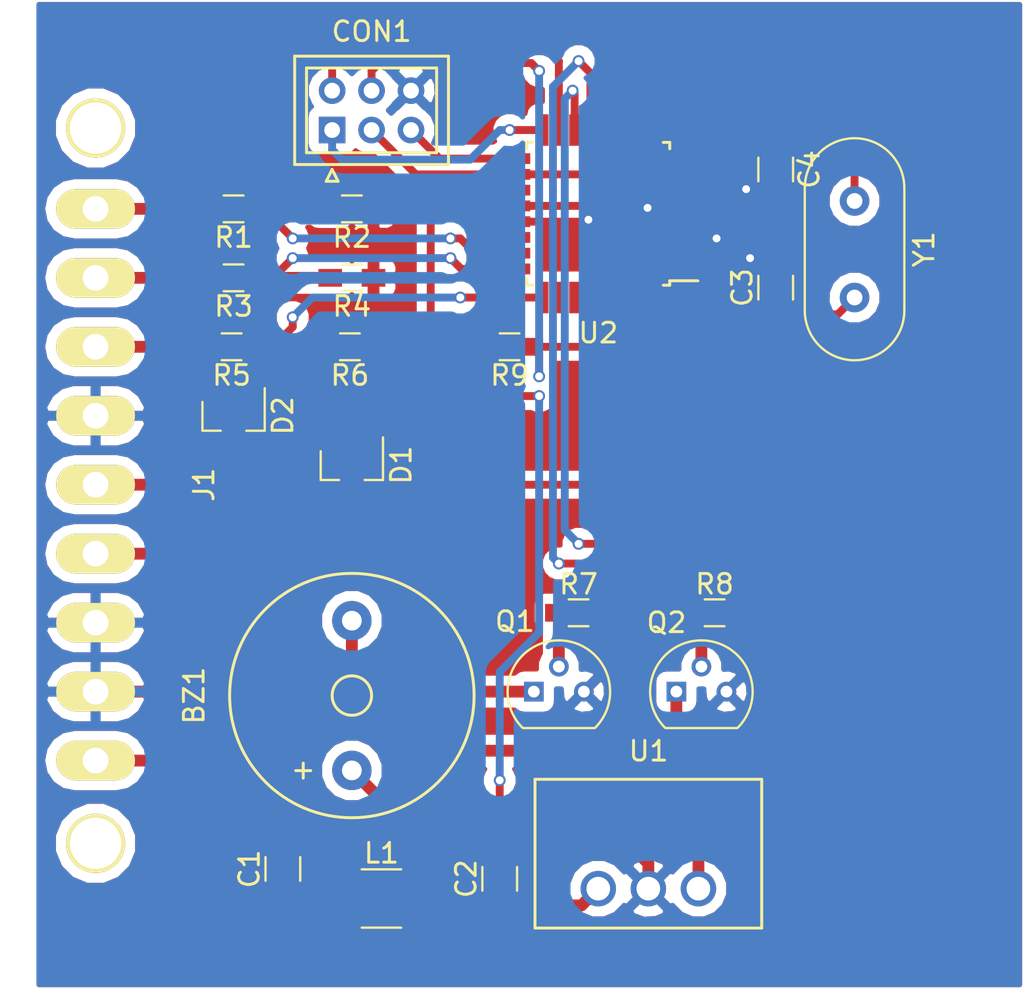
<source format=kicad_pcb>
(kicad_pcb (version 4) (host pcbnew 4.0.6)

  (general
    (links 56)
    (no_connects 7)
    (area 18.025 19.899999 70.100001 70.100001)
    (thickness 1.6)
    (drawings 4)
    (tracks 195)
    (zones 0)
    (modules 24)
    (nets 24)
  )

  (page A4)
  (layers
    (0 F.Cu signal)
    (31 B.Cu signal)
    (32 B.Adhes user)
    (33 F.Adhes user)
    (34 B.Paste user)
    (35 F.Paste user)
    (36 B.SilkS user)
    (37 F.SilkS user)
    (38 B.Mask user)
    (39 F.Mask user)
    (40 Dwgs.User user)
    (41 Cmts.User user)
    (42 Eco1.User user)
    (43 Eco2.User user)
    (44 Edge.Cuts user)
    (45 Margin user)
    (46 B.CrtYd user)
    (47 F.CrtYd user)
    (48 B.Fab user)
    (49 F.Fab user)
  )

  (setup
    (last_trace_width 0.6)
    (user_trace_width 0.4)
    (user_trace_width 0.6)
    (trace_clearance 0.2)
    (zone_clearance 0.508)
    (zone_45_only no)
    (trace_min 0.2)
    (segment_width 0.2)
    (edge_width 0.15)
    (via_size 0.6)
    (via_drill 0.4)
    (via_min_size 0.4)
    (via_min_drill 0.3)
    (uvia_size 0.3)
    (uvia_drill 0.1)
    (uvias_allowed no)
    (uvia_min_size 0.2)
    (uvia_min_drill 0.1)
    (pcb_text_width 0.3)
    (pcb_text_size 1.5 1.5)
    (mod_edge_width 0.15)
    (mod_text_size 1 1)
    (mod_text_width 0.15)
    (pad_size 1.524 1.524)
    (pad_drill 0.762)
    (pad_to_mask_clearance 0.2)
    (aux_axis_origin 0 0)
    (visible_elements FFFFEF7F)
    (pcbplotparams
      (layerselection 0x00030_80000001)
      (usegerberextensions false)
      (excludeedgelayer true)
      (linewidth 0.100000)
      (plotframeref false)
      (viasonmask false)
      (mode 1)
      (useauxorigin false)
      (hpglpennumber 1)
      (hpglpenspeed 20)
      (hpglpendiameter 15)
      (hpglpenoverlay 2)
      (psnegative false)
      (psa4output false)
      (plotreference true)
      (plotvalue true)
      (plotinvisibletext false)
      (padsonsilk false)
      (subtractmaskfromsilk false)
      (outputformat 1)
      (mirror false)
      (drillshape 1)
      (scaleselection 1)
      (outputdirectory ""))
  )

  (net 0 "")
  (net 1 GND)
  (net 2 Taster_rück)
  (net 3 /V_IN)
  (net 4 "Net-(J1-Pad9)")
  (net 5 LED_PWM)
  (net 6 "Net-(J1-Pad7)")
  (net 7 "Net-(J1-Pad8)")
  (net 8 Haube_in)
  (net 9 Zünding_in)
  (net 10 Standlicht_in)
  (net 11 +12V)
  (net 12 +5V)
  (net 13 "Net-(BZ1-Pad2)")
  (net 14 "Net-(Q1-Pad2)")
  (net 15 "Net-(Q2-Pad2)")
  (net 16 LED_PWM_pin)
  (net 17 BUZZER_PWM_pin)
  (net 18 "Net-(C3-Pad1)")
  (net 19 "Net-(C4-Pad1)")
  (net 20 /RESET)
  (net 21 /MOSI)
  (net 22 /MISO)
  (net 23 /SCK)

  (net_class Default "This is the default net class."
    (clearance 0.2)
    (trace_width 0.25)
    (via_dia 0.6)
    (via_drill 0.4)
    (uvia_dia 0.3)
    (uvia_drill 0.1)
    (add_net +12V)
    (add_net +5V)
    (add_net /MISO)
    (add_net /MOSI)
    (add_net /RESET)
    (add_net /SCK)
    (add_net /V_IN)
    (add_net BUZZER_PWM_pin)
    (add_net GND)
    (add_net Haube_in)
    (add_net LED_PWM)
    (add_net LED_PWM_pin)
    (add_net "Net-(BZ1-Pad2)")
    (add_net "Net-(C3-Pad1)")
    (add_net "Net-(C4-Pad1)")
    (add_net "Net-(J1-Pad7)")
    (add_net "Net-(J1-Pad8)")
    (add_net "Net-(J1-Pad9)")
    (add_net "Net-(Q1-Pad2)")
    (add_net "Net-(Q2-Pad2)")
    (add_net Standlicht_in)
    (add_net Taster_rück)
    (add_net Zünding_in)
  )

  (module Buzzers_Beepers:Buzzer_12x9.5RM7.6 (layer F.Cu) (tedit 544E361A) (tstamp 5951B1D4)
    (at 36 55.20016 90)
    (descr "Generic Buzzer, D12mm height 9.5mm with RM7.6mm")
    (tags buzzer)
    (path /59505FBF)
    (fp_text reference BZ1 (at 0 -8.001 90) (layer F.SilkS)
      (effects (font (size 1 1) (thickness 0.15)))
    )
    (fp_text value Buzzer (at 0.20016 2.5 90) (layer F.Fab)
      (effects (font (size 1 1) (thickness 0.15)))
    )
    (fp_circle (center 0 0) (end 1.00076 0) (layer F.SilkS) (width 0.15))
    (fp_text user + (at -3.81 -2.54 90) (layer F.SilkS)
      (effects (font (size 1 1) (thickness 0.15)))
    )
    (fp_circle (center 0 0) (end 6.20014 0) (layer F.SilkS) (width 0.15))
    (pad 1 thru_hole circle (at -3.79984 0 90) (size 2 2) (drill 1.00076) (layers *.Cu *.Mask)
      (net 12 +5V))
    (pad 2 thru_hole circle (at 3.79984 0 90) (size 2 2) (drill 1.00076) (layers *.Cu *.Mask)
      (net 13 "Net-(BZ1-Pad2)"))
    (model Buzzers_Beepers.3dshapes/Buzzer_12x9.5RM7.6.wrl
      (at (xyz 0 0 0))
      (scale (xyz 4 4 4))
      (rotate (xyz 0 0 0))
    )
  )

  (module Diodes_SMD:D_SOT-23_ANK (layer F.Cu) (tedit 587CCEF9) (tstamp 5950932F)
    (at 36 43.5 270)
    (descr "SOT-23, Single Diode")
    (tags SOT-23)
    (path /59504B9E)
    (attr smd)
    (fp_text reference D1 (at 0 -2.5 270) (layer F.SilkS)
      (effects (font (size 1 1) (thickness 0.15)))
    )
    (fp_text value 5.6V (at 0 2.5 270) (layer F.Fab)
      (effects (font (size 1 1) (thickness 0.15)))
    )
    (fp_line (start -0.15 -0.45) (end -0.4 -0.45) (layer F.Fab) (width 0.1))
    (fp_line (start -0.15 -0.25) (end 0.15 -0.45) (layer F.Fab) (width 0.1))
    (fp_line (start -0.15 -0.65) (end -0.15 -0.25) (layer F.Fab) (width 0.1))
    (fp_line (start 0.15 -0.45) (end -0.15 -0.65) (layer F.Fab) (width 0.1))
    (fp_line (start 0.15 -0.45) (end 0.4 -0.45) (layer F.Fab) (width 0.1))
    (fp_line (start 0.15 -0.65) (end 0.15 -0.25) (layer F.Fab) (width 0.1))
    (fp_line (start 0.76 1.58) (end 0.76 0.65) (layer F.SilkS) (width 0.12))
    (fp_line (start 0.76 -1.58) (end 0.76 -0.65) (layer F.SilkS) (width 0.12))
    (fp_line (start 0.7 -1.52) (end 0.7 1.52) (layer F.Fab) (width 0.1))
    (fp_line (start -0.7 1.52) (end 0.7 1.52) (layer F.Fab) (width 0.1))
    (fp_line (start -1.7 -1.75) (end 1.7 -1.75) (layer F.CrtYd) (width 0.05))
    (fp_line (start 1.7 -1.75) (end 1.7 1.75) (layer F.CrtYd) (width 0.05))
    (fp_line (start 1.7 1.75) (end -1.7 1.75) (layer F.CrtYd) (width 0.05))
    (fp_line (start -1.7 1.75) (end -1.7 -1.75) (layer F.CrtYd) (width 0.05))
    (fp_line (start 0.76 -1.58) (end -1.4 -1.58) (layer F.SilkS) (width 0.12))
    (fp_line (start -0.7 -1.52) (end 0.7 -1.52) (layer F.Fab) (width 0.1))
    (fp_line (start -0.7 -1.52) (end -0.7 1.52) (layer F.Fab) (width 0.1))
    (fp_line (start 0.76 1.58) (end -0.7 1.58) (layer F.SilkS) (width 0.12))
    (pad 2 smd rect (at -1 -0.95 270) (size 0.9 0.8) (layers F.Cu F.Paste F.Mask)
      (net 1 GND))
    (pad "" smd rect (at -1 0.95 270) (size 0.9 0.8) (layers F.Cu F.Paste F.Mask))
    (pad 1 smd rect (at 1 0 270) (size 0.9 0.8) (layers F.Cu F.Paste F.Mask)
      (net 2 Taster_rück))
    (model Diodes_SMD.3dshapes/SOT-23.wrl
      (at (xyz 0 0 0))
      (scale (xyz 1 1 1))
      (rotate (xyz 0 0 90))
    )
  )

  (module Diodes_SMD:D_SOT-23_ANK (layer F.Cu) (tedit 587CCEF9) (tstamp 59509348)
    (at 30 41 270)
    (descr "SOT-23, Single Diode")
    (tags SOT-23)
    (path /59504AB2)
    (attr smd)
    (fp_text reference D2 (at 0 -2.5 270) (layer F.SilkS)
      (effects (font (size 1 1) (thickness 0.15)))
    )
    (fp_text value 5.6V (at 0 2.5 270) (layer F.Fab)
      (effects (font (size 1 1) (thickness 0.15)))
    )
    (fp_line (start -0.15 -0.45) (end -0.4 -0.45) (layer F.Fab) (width 0.1))
    (fp_line (start -0.15 -0.25) (end 0.15 -0.45) (layer F.Fab) (width 0.1))
    (fp_line (start -0.15 -0.65) (end -0.15 -0.25) (layer F.Fab) (width 0.1))
    (fp_line (start 0.15 -0.45) (end -0.15 -0.65) (layer F.Fab) (width 0.1))
    (fp_line (start 0.15 -0.45) (end 0.4 -0.45) (layer F.Fab) (width 0.1))
    (fp_line (start 0.15 -0.65) (end 0.15 -0.25) (layer F.Fab) (width 0.1))
    (fp_line (start 0.76 1.58) (end 0.76 0.65) (layer F.SilkS) (width 0.12))
    (fp_line (start 0.76 -1.58) (end 0.76 -0.65) (layer F.SilkS) (width 0.12))
    (fp_line (start 0.7 -1.52) (end 0.7 1.52) (layer F.Fab) (width 0.1))
    (fp_line (start -0.7 1.52) (end 0.7 1.52) (layer F.Fab) (width 0.1))
    (fp_line (start -1.7 -1.75) (end 1.7 -1.75) (layer F.CrtYd) (width 0.05))
    (fp_line (start 1.7 -1.75) (end 1.7 1.75) (layer F.CrtYd) (width 0.05))
    (fp_line (start 1.7 1.75) (end -1.7 1.75) (layer F.CrtYd) (width 0.05))
    (fp_line (start -1.7 1.75) (end -1.7 -1.75) (layer F.CrtYd) (width 0.05))
    (fp_line (start 0.76 -1.58) (end -1.4 -1.58) (layer F.SilkS) (width 0.12))
    (fp_line (start -0.7 -1.52) (end 0.7 -1.52) (layer F.Fab) (width 0.1))
    (fp_line (start -0.7 -1.52) (end -0.7 1.52) (layer F.Fab) (width 0.1))
    (fp_line (start 0.76 1.58) (end -0.7 1.58) (layer F.SilkS) (width 0.12))
    (pad 2 smd rect (at -1 -0.95 270) (size 0.9 0.8) (layers F.Cu F.Paste F.Mask)
      (net 1 GND))
    (pad "" smd rect (at -1 0.95 270) (size 0.9 0.8) (layers F.Cu F.Paste F.Mask))
    (pad 1 smd rect (at 1 0 270) (size 0.9 0.8) (layers F.Cu F.Paste F.Mask)
      (net 1 GND))
    (model Diodes_SMD.3dshapes/SOT-23.wrl
      (at (xyz 0 0 0))
      (scale (xyz 1 1 1))
      (rotate (xyz 0 0 90))
    )
  )

  (module Resistors_SMD:R_0603_HandSoldering (layer F.Cu) (tedit 58AAD9E8) (tstamp 59509371)
    (at 30 30.5 180)
    (descr "Resistor SMD 0603, hand soldering")
    (tags "resistor 0603")
    (path /59504432)
    (attr smd)
    (fp_text reference R1 (at 0 -1.45 180) (layer F.SilkS)
      (effects (font (size 1 1) (thickness 0.15)))
    )
    (fp_text value 7k (at 0 1.55 180) (layer F.Fab)
      (effects (font (size 1 1) (thickness 0.15)))
    )
    (fp_text user %R (at 0 -1.45 180) (layer F.Fab)
      (effects (font (size 1 1) (thickness 0.15)))
    )
    (fp_line (start -0.8 0.4) (end -0.8 -0.4) (layer F.Fab) (width 0.1))
    (fp_line (start 0.8 0.4) (end -0.8 0.4) (layer F.Fab) (width 0.1))
    (fp_line (start 0.8 -0.4) (end 0.8 0.4) (layer F.Fab) (width 0.1))
    (fp_line (start -0.8 -0.4) (end 0.8 -0.4) (layer F.Fab) (width 0.1))
    (fp_line (start 0.5 0.68) (end -0.5 0.68) (layer F.SilkS) (width 0.12))
    (fp_line (start -0.5 -0.68) (end 0.5 -0.68) (layer F.SilkS) (width 0.12))
    (fp_line (start -1.96 -0.7) (end 1.95 -0.7) (layer F.CrtYd) (width 0.05))
    (fp_line (start -1.96 -0.7) (end -1.96 0.7) (layer F.CrtYd) (width 0.05))
    (fp_line (start 1.95 0.7) (end 1.95 -0.7) (layer F.CrtYd) (width 0.05))
    (fp_line (start 1.95 0.7) (end -1.96 0.7) (layer F.CrtYd) (width 0.05))
    (pad 1 smd rect (at -1.1 0 180) (size 1.2 0.9) (layers F.Cu F.Paste F.Mask)
      (net 8 Haube_in))
    (pad 2 smd rect (at 1.1 0 180) (size 1.2 0.9) (layers F.Cu F.Paste F.Mask)
      (net 4 "Net-(J1-Pad9)"))
    (model Resistors_SMD.3dshapes/R_0603.wrl
      (at (xyz 0 0 0))
      (scale (xyz 1 1 1))
      (rotate (xyz 0 0 0))
    )
  )

  (module Resistors_SMD:R_0603_HandSoldering (layer F.Cu) (tedit 58AAD9E8) (tstamp 59509382)
    (at 36 30.5 180)
    (descr "Resistor SMD 0603, hand soldering")
    (tags "resistor 0603")
    (path /5950449B)
    (attr smd)
    (fp_text reference R2 (at 0 -1.45 180) (layer F.SilkS)
      (effects (font (size 1 1) (thickness 0.15)))
    )
    (fp_text value 5k (at 0 1.55 180) (layer F.Fab)
      (effects (font (size 1 1) (thickness 0.15)))
    )
    (fp_text user %R (at 0 -1.45 180) (layer F.Fab)
      (effects (font (size 1 1) (thickness 0.15)))
    )
    (fp_line (start -0.8 0.4) (end -0.8 -0.4) (layer F.Fab) (width 0.1))
    (fp_line (start 0.8 0.4) (end -0.8 0.4) (layer F.Fab) (width 0.1))
    (fp_line (start 0.8 -0.4) (end 0.8 0.4) (layer F.Fab) (width 0.1))
    (fp_line (start -0.8 -0.4) (end 0.8 -0.4) (layer F.Fab) (width 0.1))
    (fp_line (start 0.5 0.68) (end -0.5 0.68) (layer F.SilkS) (width 0.12))
    (fp_line (start -0.5 -0.68) (end 0.5 -0.68) (layer F.SilkS) (width 0.12))
    (fp_line (start -1.96 -0.7) (end 1.95 -0.7) (layer F.CrtYd) (width 0.05))
    (fp_line (start -1.96 -0.7) (end -1.96 0.7) (layer F.CrtYd) (width 0.05))
    (fp_line (start 1.95 0.7) (end 1.95 -0.7) (layer F.CrtYd) (width 0.05))
    (fp_line (start 1.95 0.7) (end -1.96 0.7) (layer F.CrtYd) (width 0.05))
    (pad 1 smd rect (at -1.1 0 180) (size 1.2 0.9) (layers F.Cu F.Paste F.Mask)
      (net 1 GND))
    (pad 2 smd rect (at 1.1 0 180) (size 1.2 0.9) (layers F.Cu F.Paste F.Mask)
      (net 8 Haube_in))
    (model Resistors_SMD.3dshapes/R_0603.wrl
      (at (xyz 0 0 0))
      (scale (xyz 1 1 1))
      (rotate (xyz 0 0 0))
    )
  )

  (module Resistors_SMD:R_0603_HandSoldering (layer F.Cu) (tedit 58AAD9E8) (tstamp 59509393)
    (at 30 34 180)
    (descr "Resistor SMD 0603, hand soldering")
    (tags "resistor 0603")
    (path /59504040)
    (attr smd)
    (fp_text reference R3 (at 0 -1.45 180) (layer F.SilkS)
      (effects (font (size 1 1) (thickness 0.15)))
    )
    (fp_text value 7k (at 0 1.55 180) (layer F.Fab)
      (effects (font (size 1 1) (thickness 0.15)))
    )
    (fp_text user %R (at 0 -1.45 180) (layer F.Fab)
      (effects (font (size 1 1) (thickness 0.15)))
    )
    (fp_line (start -0.8 0.4) (end -0.8 -0.4) (layer F.Fab) (width 0.1))
    (fp_line (start 0.8 0.4) (end -0.8 0.4) (layer F.Fab) (width 0.1))
    (fp_line (start 0.8 -0.4) (end 0.8 0.4) (layer F.Fab) (width 0.1))
    (fp_line (start -0.8 -0.4) (end 0.8 -0.4) (layer F.Fab) (width 0.1))
    (fp_line (start 0.5 0.68) (end -0.5 0.68) (layer F.SilkS) (width 0.12))
    (fp_line (start -0.5 -0.68) (end 0.5 -0.68) (layer F.SilkS) (width 0.12))
    (fp_line (start -1.96 -0.7) (end 1.95 -0.7) (layer F.CrtYd) (width 0.05))
    (fp_line (start -1.96 -0.7) (end -1.96 0.7) (layer F.CrtYd) (width 0.05))
    (fp_line (start 1.95 0.7) (end 1.95 -0.7) (layer F.CrtYd) (width 0.05))
    (fp_line (start 1.95 0.7) (end -1.96 0.7) (layer F.CrtYd) (width 0.05))
    (pad 1 smd rect (at -1.1 0 180) (size 1.2 0.9) (layers F.Cu F.Paste F.Mask)
      (net 9 Zünding_in))
    (pad 2 smd rect (at 1.1 0 180) (size 1.2 0.9) (layers F.Cu F.Paste F.Mask)
      (net 7 "Net-(J1-Pad8)"))
    (model Resistors_SMD.3dshapes/R_0603.wrl
      (at (xyz 0 0 0))
      (scale (xyz 1 1 1))
      (rotate (xyz 0 0 0))
    )
  )

  (module Resistors_SMD:R_0603_HandSoldering (layer F.Cu) (tedit 58AAD9E8) (tstamp 595093A4)
    (at 36 34 180)
    (descr "Resistor SMD 0603, hand soldering")
    (tags "resistor 0603")
    (path /59504094)
    (attr smd)
    (fp_text reference R4 (at 0 -1.45 180) (layer F.SilkS)
      (effects (font (size 1 1) (thickness 0.15)))
    )
    (fp_text value 5k (at 0 1.55 180) (layer F.Fab)
      (effects (font (size 1 1) (thickness 0.15)))
    )
    (fp_text user %R (at 0 -1.45 180) (layer F.Fab)
      (effects (font (size 1 1) (thickness 0.15)))
    )
    (fp_line (start -0.8 0.4) (end -0.8 -0.4) (layer F.Fab) (width 0.1))
    (fp_line (start 0.8 0.4) (end -0.8 0.4) (layer F.Fab) (width 0.1))
    (fp_line (start 0.8 -0.4) (end 0.8 0.4) (layer F.Fab) (width 0.1))
    (fp_line (start -0.8 -0.4) (end 0.8 -0.4) (layer F.Fab) (width 0.1))
    (fp_line (start 0.5 0.68) (end -0.5 0.68) (layer F.SilkS) (width 0.12))
    (fp_line (start -0.5 -0.68) (end 0.5 -0.68) (layer F.SilkS) (width 0.12))
    (fp_line (start -1.96 -0.7) (end 1.95 -0.7) (layer F.CrtYd) (width 0.05))
    (fp_line (start -1.96 -0.7) (end -1.96 0.7) (layer F.CrtYd) (width 0.05))
    (fp_line (start 1.95 0.7) (end 1.95 -0.7) (layer F.CrtYd) (width 0.05))
    (fp_line (start 1.95 0.7) (end -1.96 0.7) (layer F.CrtYd) (width 0.05))
    (pad 1 smd rect (at -1.1 0 180) (size 1.2 0.9) (layers F.Cu F.Paste F.Mask)
      (net 1 GND))
    (pad 2 smd rect (at 1.1 0 180) (size 1.2 0.9) (layers F.Cu F.Paste F.Mask)
      (net 9 Zünding_in))
    (model Resistors_SMD.3dshapes/R_0603.wrl
      (at (xyz 0 0 0))
      (scale (xyz 1 1 1))
      (rotate (xyz 0 0 0))
    )
  )

  (module Resistors_SMD:R_0603_HandSoldering (layer F.Cu) (tedit 58AAD9E8) (tstamp 595093B5)
    (at 29.9 37.5 180)
    (descr "Resistor SMD 0603, hand soldering")
    (tags "resistor 0603")
    (path /59504173)
    (attr smd)
    (fp_text reference R5 (at 0 -1.45 180) (layer F.SilkS)
      (effects (font (size 1 1) (thickness 0.15)))
    )
    (fp_text value 7k (at 0 1.55 180) (layer F.Fab)
      (effects (font (size 1 1) (thickness 0.15)))
    )
    (fp_text user %R (at 0 -1.45 180) (layer F.Fab)
      (effects (font (size 1 1) (thickness 0.15)))
    )
    (fp_line (start -0.8 0.4) (end -0.8 -0.4) (layer F.Fab) (width 0.1))
    (fp_line (start 0.8 0.4) (end -0.8 0.4) (layer F.Fab) (width 0.1))
    (fp_line (start 0.8 -0.4) (end 0.8 0.4) (layer F.Fab) (width 0.1))
    (fp_line (start -0.8 -0.4) (end 0.8 -0.4) (layer F.Fab) (width 0.1))
    (fp_line (start 0.5 0.68) (end -0.5 0.68) (layer F.SilkS) (width 0.12))
    (fp_line (start -0.5 -0.68) (end 0.5 -0.68) (layer F.SilkS) (width 0.12))
    (fp_line (start -1.96 -0.7) (end 1.95 -0.7) (layer F.CrtYd) (width 0.05))
    (fp_line (start -1.96 -0.7) (end -1.96 0.7) (layer F.CrtYd) (width 0.05))
    (fp_line (start 1.95 0.7) (end 1.95 -0.7) (layer F.CrtYd) (width 0.05))
    (fp_line (start 1.95 0.7) (end -1.96 0.7) (layer F.CrtYd) (width 0.05))
    (pad 1 smd rect (at -1.1 0 180) (size 1.2 0.9) (layers F.Cu F.Paste F.Mask)
      (net 10 Standlicht_in))
    (pad 2 smd rect (at 1.1 0 180) (size 1.2 0.9) (layers F.Cu F.Paste F.Mask)
      (net 6 "Net-(J1-Pad7)"))
    (model Resistors_SMD.3dshapes/R_0603.wrl
      (at (xyz 0 0 0))
      (scale (xyz 1 1 1))
      (rotate (xyz 0 0 0))
    )
  )

  (module Resistors_SMD:R_0603_HandSoldering (layer F.Cu) (tedit 58AAD9E8) (tstamp 595093C6)
    (at 35.9 37.5 180)
    (descr "Resistor SMD 0603, hand soldering")
    (tags "resistor 0603")
    (path /59504208)
    (attr smd)
    (fp_text reference R6 (at 0 -1.45 180) (layer F.SilkS)
      (effects (font (size 1 1) (thickness 0.15)))
    )
    (fp_text value 5k (at 0 1.55 180) (layer F.Fab)
      (effects (font (size 1 1) (thickness 0.15)))
    )
    (fp_text user %R (at 0 -1.45 180) (layer F.Fab)
      (effects (font (size 1 1) (thickness 0.15)))
    )
    (fp_line (start -0.8 0.4) (end -0.8 -0.4) (layer F.Fab) (width 0.1))
    (fp_line (start 0.8 0.4) (end -0.8 0.4) (layer F.Fab) (width 0.1))
    (fp_line (start 0.8 -0.4) (end 0.8 0.4) (layer F.Fab) (width 0.1))
    (fp_line (start -0.8 -0.4) (end 0.8 -0.4) (layer F.Fab) (width 0.1))
    (fp_line (start 0.5 0.68) (end -0.5 0.68) (layer F.SilkS) (width 0.12))
    (fp_line (start -0.5 -0.68) (end 0.5 -0.68) (layer F.SilkS) (width 0.12))
    (fp_line (start -1.96 -0.7) (end 1.95 -0.7) (layer F.CrtYd) (width 0.05))
    (fp_line (start -1.96 -0.7) (end -1.96 0.7) (layer F.CrtYd) (width 0.05))
    (fp_line (start 1.95 0.7) (end 1.95 -0.7) (layer F.CrtYd) (width 0.05))
    (fp_line (start 1.95 0.7) (end -1.96 0.7) (layer F.CrtYd) (width 0.05))
    (pad 1 smd rect (at -1.1 0 180) (size 1.2 0.9) (layers F.Cu F.Paste F.Mask)
      (net 1 GND))
    (pad 2 smd rect (at 1.1 0 180) (size 1.2 0.9) (layers F.Cu F.Paste F.Mask)
      (net 10 Standlicht_in))
    (model Resistors_SMD.3dshapes/R_0603.wrl
      (at (xyz 0 0 0))
      (scale (xyz 1 1 1))
      (rotate (xyz 0 0 0))
    )
  )

  (module Resistors_SMD:R_1210_HandSoldering (layer F.Cu) (tedit 58AADA46) (tstamp 5950E907)
    (at 37.5 65.5)
    (descr "Resistor SMD 1210, hand soldering")
    (tags "resistor 1210")
    (path /595036CE)
    (attr smd)
    (fp_text reference L1 (at 0 -2.3) (layer F.SilkS)
      (effects (font (size 1 1) (thickness 0.15)))
    )
    (fp_text value 10uH (at 0 2.4) (layer F.Fab)
      (effects (font (size 1 1) (thickness 0.15)))
    )
    (fp_text user %R (at 0 -2.3) (layer F.Fab)
      (effects (font (size 1 1) (thickness 0.15)))
    )
    (fp_line (start -1.6 1.25) (end -1.6 -1.25) (layer F.Fab) (width 0.1))
    (fp_line (start 1.6 1.25) (end -1.6 1.25) (layer F.Fab) (width 0.1))
    (fp_line (start 1.6 -1.25) (end 1.6 1.25) (layer F.Fab) (width 0.1))
    (fp_line (start -1.6 -1.25) (end 1.6 -1.25) (layer F.Fab) (width 0.1))
    (fp_line (start 1 1.48) (end -1 1.48) (layer F.SilkS) (width 0.12))
    (fp_line (start -1 -1.48) (end 1 -1.48) (layer F.SilkS) (width 0.12))
    (fp_line (start -3.25 -1.5) (end 3.25 -1.5) (layer F.CrtYd) (width 0.05))
    (fp_line (start -3.25 -1.5) (end -3.25 1.5) (layer F.CrtYd) (width 0.05))
    (fp_line (start 3.25 1.5) (end 3.25 -1.5) (layer F.CrtYd) (width 0.05))
    (fp_line (start 3.25 1.5) (end -3.25 1.5) (layer F.CrtYd) (width 0.05))
    (pad 1 smd rect (at -2 0) (size 2 2.5) (layers F.Cu F.Paste F.Mask)
      (net 3 /V_IN))
    (pad 2 smd rect (at 2 0) (size 2 2.5) (layers F.Cu F.Paste F.Mask)
      (net 11 +12V))
    (model Resistors_SMD.3dshapes/R_1210.wrl
      (at (xyz 0 0 0))
      (scale (xyz 1 1 1))
      (rotate (xyz 0 0 0))
    )
  )

  (module solar:RECOM-R-78xx-0.5 (layer F.Cu) (tedit 58ABD2C0) (tstamp 5950E912)
    (at 51.04 65)
    (path /5950360B)
    (fp_text reference U1 (at 0.01 -6.98) (layer F.SilkS)
      (effects (font (size 1 1) (thickness 0.15)))
    )
    (fp_text value 7805 (at 0.01 3.67) (layer F.Fab)
      (effects (font (size 1 1) (thickness 0.15)))
    )
    (fp_line (start -5.75 2) (end -5.75 -5.55) (layer F.SilkS) (width 0.15))
    (fp_line (start 5.75 2) (end -5.75 2) (layer F.SilkS) (width 0.15))
    (fp_line (start 5.75 -5.55) (end 5.75 2) (layer F.SilkS) (width 0.15))
    (fp_line (start -5.75 -5.55) (end 5.75 -5.55) (layer F.SilkS) (width 0.15))
    (pad VI thru_hole circle (at -2.54 0) (size 1.8 1.8) (drill 1.2) (layers *.Cu *.Mask)
      (net 11 +12V))
    (pad GND thru_hole circle (at 0 0) (size 1.8 1.8) (drill 1.2) (layers *.Cu *.Mask)
      (net 1 GND))
    (pad VO thru_hole circle (at 2.54 0) (size 1.8 1.8) (drill 1.2) (layers *.Cu *.Mask)
      (net 12 +5V))
  )

  (module Resistors_SMD:R_0805_HandSoldering (layer F.Cu) (tedit 58AADA1D) (tstamp 5950EF67)
    (at 32.5 64 90)
    (descr "Resistor SMD 0805, hand soldering")
    (tags "resistor 0805")
    (path /595037D2)
    (attr smd)
    (fp_text reference C1 (at 0 -1.7 90) (layer F.SilkS)
      (effects (font (size 1 1) (thickness 0.15)))
    )
    (fp_text value 10uF (at 0 1.75 90) (layer F.Fab)
      (effects (font (size 1 1) (thickness 0.15)))
    )
    (fp_text user %R (at 0 -1.7 90) (layer F.Fab)
      (effects (font (size 1 1) (thickness 0.15)))
    )
    (fp_line (start -1 0.62) (end -1 -0.62) (layer F.Fab) (width 0.1))
    (fp_line (start 1 0.62) (end -1 0.62) (layer F.Fab) (width 0.1))
    (fp_line (start 1 -0.62) (end 1 0.62) (layer F.Fab) (width 0.1))
    (fp_line (start -1 -0.62) (end 1 -0.62) (layer F.Fab) (width 0.1))
    (fp_line (start 0.6 0.88) (end -0.6 0.88) (layer F.SilkS) (width 0.12))
    (fp_line (start -0.6 -0.88) (end 0.6 -0.88) (layer F.SilkS) (width 0.12))
    (fp_line (start -2.35 -0.9) (end 2.35 -0.9) (layer F.CrtYd) (width 0.05))
    (fp_line (start -2.35 -0.9) (end -2.35 0.9) (layer F.CrtYd) (width 0.05))
    (fp_line (start 2.35 0.9) (end 2.35 -0.9) (layer F.CrtYd) (width 0.05))
    (fp_line (start 2.35 0.9) (end -2.35 0.9) (layer F.CrtYd) (width 0.05))
    (pad 1 smd rect (at -1.35 0 90) (size 1.5 1.3) (layers F.Cu F.Paste F.Mask)
      (net 3 /V_IN))
    (pad 2 smd rect (at 1.35 0 90) (size 1.5 1.3) (layers F.Cu F.Paste F.Mask)
      (net 1 GND))
    (model Resistors_SMD.3dshapes/R_0805.wrl
      (at (xyz 0 0 0))
      (scale (xyz 1 1 1))
      (rotate (xyz 0 0 0))
    )
  )

  (module Resistors_SMD:R_0805_HandSoldering (layer F.Cu) (tedit 58AADA1D) (tstamp 5950EF78)
    (at 43.5 64.5 90)
    (descr "Resistor SMD 0805, hand soldering")
    (tags "resistor 0805")
    (path /59503811)
    (attr smd)
    (fp_text reference C2 (at 0 -1.7 90) (layer F.SilkS)
      (effects (font (size 1 1) (thickness 0.15)))
    )
    (fp_text value 4,7uF (at 0 1.75 90) (layer F.Fab)
      (effects (font (size 1 1) (thickness 0.15)))
    )
    (fp_text user %R (at 0 -1.7 90) (layer F.Fab)
      (effects (font (size 1 1) (thickness 0.15)))
    )
    (fp_line (start -1 0.62) (end -1 -0.62) (layer F.Fab) (width 0.1))
    (fp_line (start 1 0.62) (end -1 0.62) (layer F.Fab) (width 0.1))
    (fp_line (start 1 -0.62) (end 1 0.62) (layer F.Fab) (width 0.1))
    (fp_line (start -1 -0.62) (end 1 -0.62) (layer F.Fab) (width 0.1))
    (fp_line (start 0.6 0.88) (end -0.6 0.88) (layer F.SilkS) (width 0.12))
    (fp_line (start -0.6 -0.88) (end 0.6 -0.88) (layer F.SilkS) (width 0.12))
    (fp_line (start -2.35 -0.9) (end 2.35 -0.9) (layer F.CrtYd) (width 0.05))
    (fp_line (start -2.35 -0.9) (end -2.35 0.9) (layer F.CrtYd) (width 0.05))
    (fp_line (start 2.35 0.9) (end 2.35 -0.9) (layer F.CrtYd) (width 0.05))
    (fp_line (start 2.35 0.9) (end -2.35 0.9) (layer F.CrtYd) (width 0.05))
    (pad 1 smd rect (at -1.35 0 90) (size 1.5 1.3) (layers F.Cu F.Paste F.Mask)
      (net 11 +12V))
    (pad 2 smd rect (at 1.35 0 90) (size 1.5 1.3) (layers F.Cu F.Paste F.Mask)
      (net 1 GND))
    (model Resistors_SMD.3dshapes/R_0805.wrl
      (at (xyz 0 0 0))
      (scale (xyz 1 1 1))
      (rotate (xyz 0 0 0))
    )
  )

  (module TO_SOT_Packages_THT:TO-92_Molded_Narrow (layer F.Cu) (tedit 58610942) (tstamp 5951B1E5)
    (at 45.23 55)
    (descr "TO-92 leads molded, narrow, drill 0.6mm (see NXP sot054_po.pdf)")
    (tags "to-92 sc-43 sc-43a sot54 PA33 transistor")
    (path /595063CB)
    (fp_text reference Q1 (at -0.96 -3.556) (layer F.SilkS)
      (effects (font (size 1 1) (thickness 0.15)))
    )
    (fp_text value BC547 (at 1.27 2.794) (layer F.Fab)
      (effects (font (size 1 1) (thickness 0.15)))
    )
    (fp_line (start -1.65 -2.9) (end 4.15 -2.9) (layer F.CrtYd) (width 0.05))
    (fp_line (start 4.15 -2.9) (end 4.15 2.2) (layer F.CrtYd) (width 0.05))
    (fp_line (start 4.15 2.2) (end -1.65 2.2) (layer F.CrtYd) (width 0.05))
    (fp_line (start -1.65 2.2) (end -1.65 -2.9) (layer F.CrtYd) (width 0.05))
    (fp_line (start -0.53 1.85) (end 3.07 1.85) (layer F.SilkS) (width 0.12))
    (fp_line (start -0.5 1.75) (end 3 1.75) (layer F.Fab) (width 0.1))
    (fp_arc (start 1.27 0) (end 1.27 -2.48) (angle 135) (layer F.Fab) (width 0.1))
    (fp_arc (start 1.27 0) (end 1.27 -2.6) (angle -135) (layer F.SilkS) (width 0.12))
    (fp_arc (start 1.27 0) (end 1.27 -2.48) (angle -135) (layer F.Fab) (width 0.1))
    (fp_arc (start 1.27 0) (end 1.27 -2.6) (angle 135) (layer F.SilkS) (width 0.12))
    (pad 2 thru_hole circle (at 1.27 -1.27 90) (size 1 1) (drill 0.6) (layers *.Cu *.Mask)
      (net 14 "Net-(Q1-Pad2)"))
    (pad 3 thru_hole circle (at 2.54 0 90) (size 1 1) (drill 0.6) (layers *.Cu *.Mask)
      (net 1 GND))
    (pad 1 thru_hole rect (at 0 0 90) (size 1 1) (drill 0.6) (layers *.Cu *.Mask)
      (net 5 LED_PWM))
    (model TO_SOT_Packages_THT.3dshapes/TO-92_Molded_Narrow.wrl
      (at (xyz 0.05 0 0))
      (scale (xyz 1 1 1))
      (rotate (xyz 0 0 -90))
    )
  )

  (module TO_SOT_Packages_THT:TO-92_Molded_Narrow (layer F.Cu) (tedit 58610942) (tstamp 5951B1F6)
    (at 52.46 55)
    (descr "TO-92 leads molded, narrow, drill 0.6mm (see NXP sot054_po.pdf)")
    (tags "to-92 sc-43 sc-43a sot54 PA33 transistor")
    (path /5950652B)
    (fp_text reference Q2 (at -0.5 -3.5) (layer F.SilkS)
      (effects (font (size 1 1) (thickness 0.15)))
    )
    (fp_text value BC547 (at 1.27 2.794) (layer F.Fab)
      (effects (font (size 1 1) (thickness 0.15)))
    )
    (fp_line (start -1.65 -2.9) (end 4.15 -2.9) (layer F.CrtYd) (width 0.05))
    (fp_line (start 4.15 -2.9) (end 4.15 2.2) (layer F.CrtYd) (width 0.05))
    (fp_line (start 4.15 2.2) (end -1.65 2.2) (layer F.CrtYd) (width 0.05))
    (fp_line (start -1.65 2.2) (end -1.65 -2.9) (layer F.CrtYd) (width 0.05))
    (fp_line (start -0.53 1.85) (end 3.07 1.85) (layer F.SilkS) (width 0.12))
    (fp_line (start -0.5 1.75) (end 3 1.75) (layer F.Fab) (width 0.1))
    (fp_arc (start 1.27 0) (end 1.27 -2.48) (angle 135) (layer F.Fab) (width 0.1))
    (fp_arc (start 1.27 0) (end 1.27 -2.6) (angle -135) (layer F.SilkS) (width 0.12))
    (fp_arc (start 1.27 0) (end 1.27 -2.48) (angle -135) (layer F.Fab) (width 0.1))
    (fp_arc (start 1.27 0) (end 1.27 -2.6) (angle 135) (layer F.SilkS) (width 0.12))
    (pad 2 thru_hole circle (at 1.27 -1.27 90) (size 1 1) (drill 0.6) (layers *.Cu *.Mask)
      (net 15 "Net-(Q2-Pad2)"))
    (pad 3 thru_hole circle (at 2.54 0 90) (size 1 1) (drill 0.6) (layers *.Cu *.Mask)
      (net 1 GND))
    (pad 1 thru_hole rect (at 0 0 90) (size 1 1) (drill 0.6) (layers *.Cu *.Mask)
      (net 13 "Net-(BZ1-Pad2)"))
    (model TO_SOT_Packages_THT.3dshapes/TO-92_Molded_Narrow.wrl
      (at (xyz 0.05 0 0))
      (scale (xyz 1 1 1))
      (rotate (xyz 0 0 -90))
    )
  )

  (module Resistors_SMD:R_0603_HandSoldering (layer F.Cu) (tedit 58AAD9E8) (tstamp 5951B207)
    (at 47.5 51)
    (descr "Resistor SMD 0603, hand soldering")
    (tags "resistor 0603")
    (path /59505D54)
    (attr smd)
    (fp_text reference R7 (at 0 -1.45) (layer F.SilkS)
      (effects (font (size 1 1) (thickness 0.15)))
    )
    (fp_text value ? (at 0 1.55) (layer F.Fab)
      (effects (font (size 1 1) (thickness 0.15)))
    )
    (fp_text user %R (at 0 -1.45) (layer F.Fab)
      (effects (font (size 1 1) (thickness 0.15)))
    )
    (fp_line (start -0.8 0.4) (end -0.8 -0.4) (layer F.Fab) (width 0.1))
    (fp_line (start 0.8 0.4) (end -0.8 0.4) (layer F.Fab) (width 0.1))
    (fp_line (start 0.8 -0.4) (end 0.8 0.4) (layer F.Fab) (width 0.1))
    (fp_line (start -0.8 -0.4) (end 0.8 -0.4) (layer F.Fab) (width 0.1))
    (fp_line (start 0.5 0.68) (end -0.5 0.68) (layer F.SilkS) (width 0.12))
    (fp_line (start -0.5 -0.68) (end 0.5 -0.68) (layer F.SilkS) (width 0.12))
    (fp_line (start -1.96 -0.7) (end 1.95 -0.7) (layer F.CrtYd) (width 0.05))
    (fp_line (start -1.96 -0.7) (end -1.96 0.7) (layer F.CrtYd) (width 0.05))
    (fp_line (start 1.95 0.7) (end 1.95 -0.7) (layer F.CrtYd) (width 0.05))
    (fp_line (start 1.95 0.7) (end -1.96 0.7) (layer F.CrtYd) (width 0.05))
    (pad 1 smd rect (at -1.1 0) (size 1.2 0.9) (layers F.Cu F.Paste F.Mask)
      (net 14 "Net-(Q1-Pad2)"))
    (pad 2 smd rect (at 1.1 0) (size 1.2 0.9) (layers F.Cu F.Paste F.Mask)
      (net 16 LED_PWM_pin))
    (model Resistors_SMD.3dshapes/R_0603.wrl
      (at (xyz 0 0 0))
      (scale (xyz 1 1 1))
      (rotate (xyz 0 0 0))
    )
  )

  (module Resistors_SMD:R_0603_HandSoldering (layer F.Cu) (tedit 58AAD9E8) (tstamp 5951B218)
    (at 54.4 51)
    (descr "Resistor SMD 0603, hand soldering")
    (tags "resistor 0603")
    (path /59506256)
    (attr smd)
    (fp_text reference R8 (at 0 -1.45) (layer F.SilkS)
      (effects (font (size 1 1) (thickness 0.15)))
    )
    (fp_text value ? (at 0 1.55) (layer F.Fab)
      (effects (font (size 1 1) (thickness 0.15)))
    )
    (fp_text user %R (at 0 -1.45) (layer F.Fab)
      (effects (font (size 1 1) (thickness 0.15)))
    )
    (fp_line (start -0.8 0.4) (end -0.8 -0.4) (layer F.Fab) (width 0.1))
    (fp_line (start 0.8 0.4) (end -0.8 0.4) (layer F.Fab) (width 0.1))
    (fp_line (start 0.8 -0.4) (end 0.8 0.4) (layer F.Fab) (width 0.1))
    (fp_line (start -0.8 -0.4) (end 0.8 -0.4) (layer F.Fab) (width 0.1))
    (fp_line (start 0.5 0.68) (end -0.5 0.68) (layer F.SilkS) (width 0.12))
    (fp_line (start -0.5 -0.68) (end 0.5 -0.68) (layer F.SilkS) (width 0.12))
    (fp_line (start -1.96 -0.7) (end 1.95 -0.7) (layer F.CrtYd) (width 0.05))
    (fp_line (start -1.96 -0.7) (end -1.96 0.7) (layer F.CrtYd) (width 0.05))
    (fp_line (start 1.95 0.7) (end 1.95 -0.7) (layer F.CrtYd) (width 0.05))
    (fp_line (start 1.95 0.7) (end -1.96 0.7) (layer F.CrtYd) (width 0.05))
    (pad 1 smd rect (at -1.1 0) (size 1.2 0.9) (layers F.Cu F.Paste F.Mask)
      (net 15 "Net-(Q2-Pad2)"))
    (pad 2 smd rect (at 1.1 0) (size 1.2 0.9) (layers F.Cu F.Paste F.Mask)
      (net 17 BUZZER_PWM_pin))
    (model Resistors_SMD.3dshapes/R_0603.wrl
      (at (xyz 0 0 0))
      (scale (xyz 1 1 1))
      (rotate (xyz 0 0 0))
    )
  )

  (module Resistors_SMD:R_0805_HandSoldering (layer F.Cu) (tedit 58AADA1D) (tstamp 5951B52A)
    (at 57.5 34.5 90)
    (descr "Resistor SMD 0805, hand soldering")
    (tags "resistor 0805")
    (path /59508096)
    (attr smd)
    (fp_text reference C3 (at 0 -1.7 90) (layer F.SilkS)
      (effects (font (size 1 1) (thickness 0.15)))
    )
    (fp_text value 22p (at 0 1.75 90) (layer F.Fab)
      (effects (font (size 1 1) (thickness 0.15)))
    )
    (fp_text user %R (at 0 -1.7 90) (layer F.Fab)
      (effects (font (size 1 1) (thickness 0.15)))
    )
    (fp_line (start -1 0.62) (end -1 -0.62) (layer F.Fab) (width 0.1))
    (fp_line (start 1 0.62) (end -1 0.62) (layer F.Fab) (width 0.1))
    (fp_line (start 1 -0.62) (end 1 0.62) (layer F.Fab) (width 0.1))
    (fp_line (start -1 -0.62) (end 1 -0.62) (layer F.Fab) (width 0.1))
    (fp_line (start 0.6 0.88) (end -0.6 0.88) (layer F.SilkS) (width 0.12))
    (fp_line (start -0.6 -0.88) (end 0.6 -0.88) (layer F.SilkS) (width 0.12))
    (fp_line (start -2.35 -0.9) (end 2.35 -0.9) (layer F.CrtYd) (width 0.05))
    (fp_line (start -2.35 -0.9) (end -2.35 0.9) (layer F.CrtYd) (width 0.05))
    (fp_line (start 2.35 0.9) (end 2.35 -0.9) (layer F.CrtYd) (width 0.05))
    (fp_line (start 2.35 0.9) (end -2.35 0.9) (layer F.CrtYd) (width 0.05))
    (pad 1 smd rect (at -1.35 0 90) (size 1.5 1.3) (layers F.Cu F.Paste F.Mask)
      (net 18 "Net-(C3-Pad1)"))
    (pad 2 smd rect (at 1.35 0 90) (size 1.5 1.3) (layers F.Cu F.Paste F.Mask)
      (net 1 GND))
    (model Resistors_SMD.3dshapes/R_0805.wrl
      (at (xyz 0 0 0))
      (scale (xyz 1 1 1))
      (rotate (xyz 0 0 0))
    )
  )

  (module Resistors_SMD:R_0805_HandSoldering (layer F.Cu) (tedit 58AADA1D) (tstamp 5951B53B)
    (at 57.5 28.5 270)
    (descr "Resistor SMD 0805, hand soldering")
    (tags "resistor 0805")
    (path /59507F31)
    (attr smd)
    (fp_text reference C4 (at 0 -1.7 270) (layer F.SilkS)
      (effects (font (size 1 1) (thickness 0.15)))
    )
    (fp_text value 22p (at 0 1.75 270) (layer F.Fab)
      (effects (font (size 1 1) (thickness 0.15)))
    )
    (fp_text user %R (at 0 -1.7 270) (layer F.Fab)
      (effects (font (size 1 1) (thickness 0.15)))
    )
    (fp_line (start -1 0.62) (end -1 -0.62) (layer F.Fab) (width 0.1))
    (fp_line (start 1 0.62) (end -1 0.62) (layer F.Fab) (width 0.1))
    (fp_line (start 1 -0.62) (end 1 0.62) (layer F.Fab) (width 0.1))
    (fp_line (start -1 -0.62) (end 1 -0.62) (layer F.Fab) (width 0.1))
    (fp_line (start 0.6 0.88) (end -0.6 0.88) (layer F.SilkS) (width 0.12))
    (fp_line (start -0.6 -0.88) (end 0.6 -0.88) (layer F.SilkS) (width 0.12))
    (fp_line (start -2.35 -0.9) (end 2.35 -0.9) (layer F.CrtYd) (width 0.05))
    (fp_line (start -2.35 -0.9) (end -2.35 0.9) (layer F.CrtYd) (width 0.05))
    (fp_line (start 2.35 0.9) (end 2.35 -0.9) (layer F.CrtYd) (width 0.05))
    (fp_line (start 2.35 0.9) (end -2.35 0.9) (layer F.CrtYd) (width 0.05))
    (pad 1 smd rect (at -1.35 0 270) (size 1.5 1.3) (layers F.Cu F.Paste F.Mask)
      (net 19 "Net-(C4-Pad1)"))
    (pad 2 smd rect (at 1.35 0 270) (size 1.5 1.3) (layers F.Cu F.Paste F.Mask)
      (net 1 GND))
    (model Resistors_SMD.3dshapes/R_0805.wrl
      (at (xyz 0 0 0))
      (scale (xyz 1 1 1))
      (rotate (xyz 0 0 0))
    )
  )

  (module Resistors_SMD:R_0603_HandSoldering (layer F.Cu) (tedit 58AAD9E8) (tstamp 5951B54C)
    (at 44 37.5 180)
    (descr "Resistor SMD 0603, hand soldering")
    (tags "resistor 0603")
    (path /595079AA)
    (attr smd)
    (fp_text reference R9 (at 0 -1.45 180) (layer F.SilkS)
      (effects (font (size 1 1) (thickness 0.15)))
    )
    (fp_text value 10k (at 0 1.55 180) (layer F.Fab)
      (effects (font (size 1 1) (thickness 0.15)))
    )
    (fp_text user %R (at 0 -1.45 180) (layer F.Fab)
      (effects (font (size 1 1) (thickness 0.15)))
    )
    (fp_line (start -0.8 0.4) (end -0.8 -0.4) (layer F.Fab) (width 0.1))
    (fp_line (start 0.8 0.4) (end -0.8 0.4) (layer F.Fab) (width 0.1))
    (fp_line (start 0.8 -0.4) (end 0.8 0.4) (layer F.Fab) (width 0.1))
    (fp_line (start -0.8 -0.4) (end 0.8 -0.4) (layer F.Fab) (width 0.1))
    (fp_line (start 0.5 0.68) (end -0.5 0.68) (layer F.SilkS) (width 0.12))
    (fp_line (start -0.5 -0.68) (end 0.5 -0.68) (layer F.SilkS) (width 0.12))
    (fp_line (start -1.96 -0.7) (end 1.95 -0.7) (layer F.CrtYd) (width 0.05))
    (fp_line (start -1.96 -0.7) (end -1.96 0.7) (layer F.CrtYd) (width 0.05))
    (fp_line (start 1.95 0.7) (end 1.95 -0.7) (layer F.CrtYd) (width 0.05))
    (fp_line (start 1.95 0.7) (end -1.96 0.7) (layer F.CrtYd) (width 0.05))
    (pad 1 smd rect (at -1.1 0 180) (size 1.2 0.9) (layers F.Cu F.Paste F.Mask)
      (net 20 /RESET))
    (pad 2 smd rect (at 1.1 0 180) (size 1.2 0.9) (layers F.Cu F.Paste F.Mask)
      (net 12 +5V))
    (model Resistors_SMD.3dshapes/R_0603.wrl
      (at (xyz 0 0 0))
      (scale (xyz 1 1 1))
      (rotate (xyz 0 0 0))
    )
  )

  (module Connectors_JAE:JAE_LY20-06P-2T_2x03x2.00mm_Straight (layer F.Cu) (tedit 5786C4D1) (tstamp 595B3C2B)
    (at 35 26.5)
    (descr "JAE LY series connector, dual row top entry, through hole, Datasheet:http://www.jae.com/z-en/pdf_download_exec.cfm?param=SJ103130.pdf")
    (tags "connector jae ly LY20-06P-2T")
    (path /59508B85)
    (fp_text reference CON1 (at 2 -5) (layer F.SilkS)
      (effects (font (size 1 1) (thickness 0.15)))
    )
    (fp_text value AVR-ISP-6 (at 2 3.5) (layer F.Fab)
      (effects (font (size 1 1) (thickness 0.15)))
    )
    (fp_line (start -1.8 -3.65) (end -1.8 1.65) (layer F.Fab) (width 0.05))
    (fp_line (start -1.8 1.65) (end 5.8 1.65) (layer F.Fab) (width 0.05))
    (fp_line (start 5.8 1.65) (end 5.8 -3.65) (layer F.Fab) (width 0.05))
    (fp_line (start 5.8 -3.65) (end -1.8 -3.65) (layer F.Fab) (width 0.05))
    (fp_line (start -2.25 -4.15) (end -2.25 2.1) (layer F.CrtYd) (width 0.05))
    (fp_line (start -2.25 2.1) (end 6.25 2.1) (layer F.CrtYd) (width 0.05))
    (fp_line (start 6.25 2.1) (end 6.25 -4.15) (layer F.CrtYd) (width 0.05))
    (fp_line (start 6.25 -4.15) (end -2.25 -4.15) (layer F.CrtYd) (width 0.05))
    (fp_line (start -1.9 -3.75) (end -1.9 1.75) (layer F.SilkS) (width 0.15))
    (fp_line (start -1.9 1.75) (end 5.9 1.75) (layer F.SilkS) (width 0.15))
    (fp_line (start 5.9 1.75) (end 5.9 -3.75) (layer F.SilkS) (width 0.15))
    (fp_line (start 5.9 -3.75) (end -1.9 -3.75) (layer F.SilkS) (width 0.15))
    (fp_line (start -1.3 -3.15) (end -1.3 1.15) (layer F.SilkS) (width 0.15))
    (fp_line (start -1.3 1.15) (end 5.3 1.15) (layer F.SilkS) (width 0.15))
    (fp_line (start 5.3 1.15) (end 5.3 -3.15) (layer F.SilkS) (width 0.15))
    (fp_line (start 5.3 -3.15) (end -1.3 -3.15) (layer F.SilkS) (width 0.15))
    (fp_line (start 0 2) (end -0.3 2.6) (layer F.SilkS) (width 0.15))
    (fp_line (start -0.3 2.6) (end 0.3 2.6) (layer F.SilkS) (width 0.15))
    (fp_line (start 0.3 2.6) (end 0 2) (layer F.SilkS) (width 0.15))
    (pad 1 thru_hole rect (at 0 0) (size 1.35 1.35) (drill 0.8) (layers *.Cu *.Mask)
      (net 22 /MISO))
    (pad 2 thru_hole circle (at 2 0) (size 1.35 1.35) (drill 0.8) (layers *.Cu *.Mask)
      (net 12 +5V))
    (pad 3 thru_hole circle (at 4 0) (size 1.35 1.35) (drill 0.8) (layers *.Cu *.Mask)
      (net 23 /SCK))
    (pad 4 thru_hole circle (at 0 -2) (size 1.35 1.35) (drill 0.8) (layers *.Cu *.Mask)
      (net 21 /MOSI))
    (pad 5 thru_hole circle (at 2 -2) (size 1.35 1.35) (drill 0.8) (layers *.Cu *.Mask)
      (net 20 /RESET))
    (pad 6 thru_hole circle (at 4 -2) (size 1.35 1.35) (drill 0.8) (layers *.Cu *.Mask)
      (net 1 GND))
    (model Connectors_JAE.3dshapes/JAE_LY20-06P-2T_2x03x2.00mm_Straight.wrl
      (at (xyz 0 0 0))
      (scale (xyz 1 1 1))
      (rotate (xyz 0 0 0))
    )
  )

  (module Housings_QFP:TQFP-32_7x7mm_Pitch0.8mm (layer F.Cu) (tedit 54130A77) (tstamp 595B3C62)
    (at 48.5 30.75 180)
    (descr "32-Lead Plastic Thin Quad Flatpack (PT) - 7x7x1.0 mm Body, 2.00 mm [TQFP] (see Microchip Packaging Specification 00000049BS.pdf)")
    (tags "QFP 0.8")
    (path /59507793)
    (attr smd)
    (fp_text reference U2 (at 0 -6.05 180) (layer F.SilkS)
      (effects (font (size 1 1) (thickness 0.15)))
    )
    (fp_text value ATMEGA8-16AU (at 0 6.05 180) (layer F.Fab)
      (effects (font (size 1 1) (thickness 0.15)))
    )
    (fp_text user %R (at 0 0 360) (layer F.Fab)
      (effects (font (size 1 1) (thickness 0.15)))
    )
    (fp_line (start -2.5 -3.5) (end 3.5 -3.5) (layer F.Fab) (width 0.15))
    (fp_line (start 3.5 -3.5) (end 3.5 3.5) (layer F.Fab) (width 0.15))
    (fp_line (start 3.5 3.5) (end -3.5 3.5) (layer F.Fab) (width 0.15))
    (fp_line (start -3.5 3.5) (end -3.5 -2.5) (layer F.Fab) (width 0.15))
    (fp_line (start -3.5 -2.5) (end -2.5 -3.5) (layer F.Fab) (width 0.15))
    (fp_line (start -5.3 -5.3) (end -5.3 5.3) (layer F.CrtYd) (width 0.05))
    (fp_line (start 5.3 -5.3) (end 5.3 5.3) (layer F.CrtYd) (width 0.05))
    (fp_line (start -5.3 -5.3) (end 5.3 -5.3) (layer F.CrtYd) (width 0.05))
    (fp_line (start -5.3 5.3) (end 5.3 5.3) (layer F.CrtYd) (width 0.05))
    (fp_line (start -3.625 -3.625) (end -3.625 -3.4) (layer F.SilkS) (width 0.15))
    (fp_line (start 3.625 -3.625) (end 3.625 -3.3) (layer F.SilkS) (width 0.15))
    (fp_line (start 3.625 3.625) (end 3.625 3.3) (layer F.SilkS) (width 0.15))
    (fp_line (start -3.625 3.625) (end -3.625 3.3) (layer F.SilkS) (width 0.15))
    (fp_line (start -3.625 -3.625) (end -3.3 -3.625) (layer F.SilkS) (width 0.15))
    (fp_line (start -3.625 3.625) (end -3.3 3.625) (layer F.SilkS) (width 0.15))
    (fp_line (start 3.625 3.625) (end 3.3 3.625) (layer F.SilkS) (width 0.15))
    (fp_line (start 3.625 -3.625) (end 3.3 -3.625) (layer F.SilkS) (width 0.15))
    (fp_line (start -3.625 -3.4) (end -5.05 -3.4) (layer F.SilkS) (width 0.15))
    (pad 1 smd rect (at -4.25 -2.8 180) (size 1.6 0.55) (layers F.Cu F.Paste F.Mask))
    (pad 2 smd rect (at -4.25 -2 180) (size 1.6 0.55) (layers F.Cu F.Paste F.Mask))
    (pad 3 smd rect (at -4.25 -1.2 180) (size 1.6 0.55) (layers F.Cu F.Paste F.Mask)
      (net 1 GND))
    (pad 4 smd rect (at -4.25 -0.4 180) (size 1.6 0.55) (layers F.Cu F.Paste F.Mask)
      (net 12 +5V))
    (pad 5 smd rect (at -4.25 0.4 180) (size 1.6 0.55) (layers F.Cu F.Paste F.Mask)
      (net 1 GND))
    (pad 6 smd rect (at -4.25 1.2 180) (size 1.6 0.55) (layers F.Cu F.Paste F.Mask)
      (net 12 +5V))
    (pad 7 smd rect (at -4.25 2 180) (size 1.6 0.55) (layers F.Cu F.Paste F.Mask)
      (net 18 "Net-(C3-Pad1)"))
    (pad 8 smd rect (at -4.25 2.8 180) (size 1.6 0.55) (layers F.Cu F.Paste F.Mask)
      (net 19 "Net-(C4-Pad1)"))
    (pad 9 smd rect (at -2.8 4.25 270) (size 1.6 0.55) (layers F.Cu F.Paste F.Mask))
    (pad 10 smd rect (at -2 4.25 270) (size 1.6 0.55) (layers F.Cu F.Paste F.Mask))
    (pad 11 smd rect (at -1.2 4.25 270) (size 1.6 0.55) (layers F.Cu F.Paste F.Mask))
    (pad 12 smd rect (at -0.4 4.25 270) (size 1.6 0.55) (layers F.Cu F.Paste F.Mask))
    (pad 13 smd rect (at 0.4 4.25 270) (size 1.6 0.55) (layers F.Cu F.Paste F.Mask)
      (net 16 LED_PWM_pin))
    (pad 14 smd rect (at 1.2 4.25 270) (size 1.6 0.55) (layers F.Cu F.Paste F.Mask)
      (net 17 BUZZER_PWM_pin))
    (pad 15 smd rect (at 2 4.25 270) (size 1.6 0.55) (layers F.Cu F.Paste F.Mask)
      (net 21 /MOSI))
    (pad 16 smd rect (at 2.8 4.25 270) (size 1.6 0.55) (layers F.Cu F.Paste F.Mask)
      (net 22 /MISO))
    (pad 17 smd rect (at 4.25 2.8 180) (size 1.6 0.55) (layers F.Cu F.Paste F.Mask)
      (net 23 /SCK))
    (pad 18 smd rect (at 4.25 2 180) (size 1.6 0.55) (layers F.Cu F.Paste F.Mask)
      (net 12 +5V))
    (pad 19 smd rect (at 4.25 1.2 180) (size 1.6 0.55) (layers F.Cu F.Paste F.Mask))
    (pad 20 smd rect (at 4.25 0.4 180) (size 1.6 0.55) (layers F.Cu F.Paste F.Mask)
      (net 12 +5V))
    (pad 21 smd rect (at 4.25 -0.4 180) (size 1.6 0.55) (layers F.Cu F.Paste F.Mask)
      (net 1 GND))
    (pad 22 smd rect (at 4.25 -1.2 180) (size 1.6 0.55) (layers F.Cu F.Paste F.Mask))
    (pad 23 smd rect (at 4.25 -2 180) (size 1.6 0.55) (layers F.Cu F.Paste F.Mask)
      (net 8 Haube_in))
    (pad 24 smd rect (at 4.25 -2.8 180) (size 1.6 0.55) (layers F.Cu F.Paste F.Mask)
      (net 9 Zünding_in))
    (pad 25 smd rect (at 2.8 -4.25 270) (size 1.6 0.55) (layers F.Cu F.Paste F.Mask)
      (net 10 Standlicht_in))
    (pad 26 smd rect (at 2 -4.25 270) (size 1.6 0.55) (layers F.Cu F.Paste F.Mask))
    (pad 27 smd rect (at 1.2 -4.25 270) (size 1.6 0.55) (layers F.Cu F.Paste F.Mask))
    (pad 28 smd rect (at 0.4 -4.25 270) (size 1.6 0.55) (layers F.Cu F.Paste F.Mask))
    (pad 29 smd rect (at -0.4 -4.25 270) (size 1.6 0.55) (layers F.Cu F.Paste F.Mask)
      (net 20 /RESET))
    (pad 30 smd rect (at -1.2 -4.25 270) (size 1.6 0.55) (layers F.Cu F.Paste F.Mask))
    (pad 31 smd rect (at -2 -4.25 270) (size 1.6 0.55) (layers F.Cu F.Paste F.Mask))
    (pad 32 smd rect (at -2.8 -4.25 270) (size 1.6 0.55) (layers F.Cu F.Paste F.Mask)
      (net 2 Taster_rück))
    (model Housings_QFP.3dshapes/TQFP-32_7x7mm_Pitch0.8mm.wrl
      (at (xyz 0 0 0))
      (scale (xyz 1 1 1))
      (rotate (xyz 0 0 0))
    )
  )

  (module Crystals:Crystal_HC18-U_Vertical (layer F.Cu) (tedit 58778B02) (tstamp 595B3C78)
    (at 61.5 30.1 270)
    (descr "Crystal THT HC-18/U, http://5hertz.com/pdfs/04404_D.pdf")
    (tags "THT crystalHC-18/U")
    (path /59507DB4)
    (fp_text reference Y1 (at 2.45 -3.525 270) (layer F.SilkS)
      (effects (font (size 1 1) (thickness 0.15)))
    )
    (fp_text value Crystal (at 2.45 3.525 270) (layer F.Fab)
      (effects (font (size 1 1) (thickness 0.15)))
    )
    (fp_arc (start -0.675 0) (end -0.675 -2.325) (angle -180) (layer F.Fab) (width 0.1))
    (fp_arc (start 5.575 0) (end 5.575 -2.325) (angle 180) (layer F.Fab) (width 0.1))
    (fp_arc (start -0.55 0) (end -0.55 -2) (angle -180) (layer F.Fab) (width 0.1))
    (fp_arc (start 5.45 0) (end 5.45 -2) (angle 180) (layer F.Fab) (width 0.1))
    (fp_arc (start -0.675 0) (end -0.675 -2.525) (angle -180) (layer F.SilkS) (width 0.12))
    (fp_arc (start 5.575 0) (end 5.575 -2.525) (angle 180) (layer F.SilkS) (width 0.12))
    (fp_line (start -0.675 -2.325) (end 5.575 -2.325) (layer F.Fab) (width 0.1))
    (fp_line (start -0.675 2.325) (end 5.575 2.325) (layer F.Fab) (width 0.1))
    (fp_line (start -0.55 -2) (end 5.45 -2) (layer F.Fab) (width 0.1))
    (fp_line (start -0.55 2) (end 5.45 2) (layer F.Fab) (width 0.1))
    (fp_line (start -0.675 -2.525) (end 5.575 -2.525) (layer F.SilkS) (width 0.12))
    (fp_line (start -0.675 2.525) (end 5.575 2.525) (layer F.SilkS) (width 0.12))
    (fp_line (start -3.5 -2.8) (end -3.5 2.8) (layer F.CrtYd) (width 0.05))
    (fp_line (start -3.5 2.8) (end 8.4 2.8) (layer F.CrtYd) (width 0.05))
    (fp_line (start 8.4 2.8) (end 8.4 -2.8) (layer F.CrtYd) (width 0.05))
    (fp_line (start 8.4 -2.8) (end -3.5 -2.8) (layer F.CrtYd) (width 0.05))
    (pad 1 thru_hole circle (at 0 0 270) (size 1.5 1.5) (drill 0.8) (layers *.Cu *.Mask)
      (net 19 "Net-(C4-Pad1)"))
    (pad 2 thru_hole circle (at 4.9 0 270) (size 1.5 1.5) (drill 0.8) (layers *.Cu *.Mask)
      (net 18 "Net-(C3-Pad1)"))
    (model Crystals.3dshapes/Crystal_HC18-U_Vertical.wrl
      (at (xyz 0 0 0))
      (scale (xyz 0.393701 0.393701 0.393701))
      (rotate (xyz 0 0 0))
    )
  )

  (module solar:MCV1,5_09-GF-3,5-LR (layer F.Cu) (tedit 56A2449C) (tstamp 595BFDCD)
    (at 23 44.5 90)
    (path /59503643)
    (fp_text reference J1 (at 0 5.5 90) (layer F.SilkS)
      (effects (font (size 1 1) (thickness 0.15)))
    )
    (fp_text value "MC 1,5/ 9-G-3,5" (at 0 -4 90) (layer F.Fab)
      (effects (font (size 1 1) (thickness 0.15)))
    )
    (fp_text user innen (at 0 3.6 90) (layer Dwgs.User)
      (effects (font (size 1 1) (thickness 0.15)))
    )
    (fp_line (start 15.5 4) (end 21 4) (layer F.CrtYd) (width 0.15))
    (fp_line (start 15.5 4.25) (end 15.5 4) (layer F.CrtYd) (width 0.15))
    (fp_line (start -15.5 4) (end -21 4) (layer F.CrtYd) (width 0.15))
    (fp_line (start -15.5 4.25) (end -15.5 4) (layer F.CrtYd) (width 0.15))
    (fp_line (start 21 4) (end 21 -3) (layer F.CrtYd) (width 0.15))
    (fp_line (start -15.5 4.25) (end 15.5 4.25) (layer F.CrtYd) (width 0.15))
    (fp_line (start -21 -3) (end -21 4) (layer F.CrtYd) (width 0.15))
    (fp_line (start 21 -3) (end -21 -3) (layer F.CrtYd) (width 0.15))
    (pad 1 thru_hole oval (at -14 0 90) (size 2 4) (drill 1.3) (layers *.Cu *.Mask F.SilkS)
      (net 3 /V_IN))
    (pad 5 thru_hole oval (at 0 0 90) (size 2 4) (drill 1.3) (layers *.Cu *.Mask F.SilkS)
      (net 2 Taster_rück))
    (pad 9 thru_hole oval (at 14 0 90) (size 2 4) (drill 1.3) (layers *.Cu *.Mask F.SilkS)
      (net 4 "Net-(J1-Pad9)"))
    (pad "" np_thru_hole circle (at -18.2 0 90) (size 3 3) (drill 2.6) (layers *.Cu *.Mask F.SilkS))
    (pad "" np_thru_hole circle (at 18.1 0 90) (size 3 3) (drill 2.6) (layers *.Cu *.Mask F.SilkS))
    (pad 6 thru_hole oval (at 3.5 0 90) (size 2 4) (drill 1.3) (layers *.Cu *.Mask F.SilkS)
      (net 1 GND))
    (pad 4 thru_hole oval (at -3.5 0 90) (size 2 4) (drill 1.3) (layers *.Cu *.Mask F.SilkS)
      (net 5 LED_PWM))
    (pad 7 thru_hole oval (at 7 0 90) (size 2 4) (drill 1.3) (layers *.Cu *.Mask F.SilkS)
      (net 6 "Net-(J1-Pad7)"))
    (pad 3 thru_hole oval (at -7 0 90) (size 2 4) (drill 1.3) (layers *.Cu *.Mask F.SilkS)
      (net 1 GND))
    (pad 8 thru_hole oval (at 10.5 0 90) (size 2 4) (drill 1.3) (layers *.Cu *.Mask F.SilkS)
      (net 7 "Net-(J1-Pad8)"))
    (pad 2 thru_hole oval (at -10.5 0 90) (size 2 4) (drill 1.3) (layers *.Cu *.Mask F.SilkS)
      (net 1 GND))
  )

  (gr_line (start 20 70) (end 20 20) (layer Margin) (width 0.2))
  (gr_line (start 70 70) (end 20 70) (layer Margin) (width 0.2))
  (gr_line (start 70 20) (end 70 70) (layer Margin) (width 0.2))
  (gr_line (start 20 20) (end 70 20) (layer Margin) (width 0.2))

  (segment (start 52.75 31.95) (end 54.45 31.95) (width 0.4) (layer F.Cu) (net 1))
  (segment (start 54.45 31.95) (end 54.5 32) (width 0.4) (layer F.Cu) (net 1))
  (via (at 54.5 32) (size 0.6) (drill 0.4) (layers F.Cu B.Cu) (net 1))
  (segment (start 57.5 33.15) (end 56.35 33.15) (width 0.4) (layer F.Cu) (net 1))
  (segment (start 56.35 33.15) (end 56.2 33) (width 0.4) (layer F.Cu) (net 1))
  (via (at 56.2 33) (size 0.6) (drill 0.4) (layers F.Cu B.Cu) (net 1))
  (segment (start 57.5 29.85) (end 56.35 29.85) (width 0.4) (layer F.Cu) (net 1))
  (segment (start 56.35 29.85) (end 56 29.5) (width 0.4) (layer F.Cu) (net 1))
  (via (at 56 29.5) (size 0.6) (drill 0.4) (layers F.Cu B.Cu) (net 1))
  (segment (start 57.5 29.85) (end 57.5 33.15) (width 0.4) (layer F.Cu) (net 1))
  (segment (start 46.4 31.15) (end 47.9 31.15) (width 0.4) (layer F.Cu) (net 1))
  (segment (start 47.9 31.15) (end 48 31.05) (width 0.4) (layer F.Cu) (net 1))
  (via (at 48 31.05) (size 0.6) (drill 0.4) (layers F.Cu B.Cu) (net 1))
  (segment (start 45.45 31.15) (end 46.4 31.15) (width 0.4) (layer F.Cu) (net 1))
  (segment (start 52.75 30.35) (end 51.1 30.35) (width 0.4) (layer F.Cu) (net 1))
  (segment (start 51.1 30.35) (end 51 30.45) (width 0.4) (layer F.Cu) (net 1))
  (via (at 51 30.45) (size 0.6) (drill 0.4) (layers F.Cu B.Cu) (net 1))
  (segment (start 46.25 31.95) (end 51.55 31.95) (width 0.4) (layer F.Cu) (net 1))
  (segment (start 44.25 31.15) (end 45.45 31.15) (width 0.4) (layer F.Cu) (net 1))
  (segment (start 45.45 31.15) (end 46.25 31.95) (width 0.4) (layer F.Cu) (net 1))
  (segment (start 51.55 31.95) (end 52.75 31.95) (width 0.4) (layer F.Cu) (net 1))
  (segment (start 37 37.5) (end 37 40) (width 0.6) (layer F.Cu) (net 1))
  (segment (start 37 40) (end 37 42.45) (width 0.6) (layer F.Cu) (net 1))
  (segment (start 30.95 40) (end 37 40) (width 0.6) (layer F.Cu) (net 1))
  (segment (start 37 42.45) (end 36.95 42.5) (width 0.6) (layer F.Cu) (net 1))
  (segment (start 37.1 34) (end 37.1 37.4) (width 0.6) (layer F.Cu) (net 1))
  (segment (start 37.1 37.4) (end 37 37.5) (width 0.6) (layer F.Cu) (net 1))
  (segment (start 37.1 30.5) (end 37.1 34) (width 0.6) (layer F.Cu) (net 1))
  (segment (start 51.04 63.727208) (end 50.5 63.187208) (width 0.6) (layer F.Cu) (net 1))
  (segment (start 43.5 63.15) (end 49.19 63.15) (width 0.6) (layer F.Cu) (net 1))
  (segment (start 49.19 63.15) (end 49.227208 63.187208) (width 0.6) (layer F.Cu) (net 1))
  (segment (start 49.227208 63.187208) (end 50.5 63.187208) (width 0.6) (layer F.Cu) (net 1))
  (segment (start 32.5 62.65) (end 43 62.65) (width 0.6) (layer F.Cu) (net 1))
  (segment (start 43 62.65) (end 43.5 63.15) (width 0.6) (layer F.Cu) (net 1))
  (segment (start 31 55) (end 32.5 56.5) (width 0.6) (layer F.Cu) (net 1))
  (segment (start 32.5 56.5) (end 32.5 62.65) (width 0.6) (layer F.Cu) (net 1))
  (segment (start 23 55) (end 31 55) (width 0.6) (layer F.Cu) (net 1))
  (segment (start 51.04 65) (end 51.04 63.727208) (width 0.6) (layer F.Cu) (net 1))
  (segment (start 26.6 42) (end 30 42) (width 0.6) (layer F.Cu) (net 1))
  (segment (start 25.6 41) (end 26.6 42) (width 0.6) (layer F.Cu) (net 1))
  (segment (start 36 44.5) (end 23 44.5) (width 0.6) (layer F.Cu) (net 2))
  (segment (start 51.3 43.2) (end 50 44.5) (width 0.4) (layer F.Cu) (net 2))
  (segment (start 50 44.5) (end 36 44.5) (width 0.4) (layer F.Cu) (net 2))
  (segment (start 51.3 35) (end 51.3 43.2) (width 0.4) (layer F.Cu) (net 2))
  (segment (start 36 44.5) (end 35 44.5) (width 0.6) (layer F.Cu) (net 2))
  (segment (start 32.5 65.35) (end 35.35 65.35) (width 0.6) (layer F.Cu) (net 3))
  (segment (start 35.35 65.35) (end 35.5 65.5) (width 0.6) (layer F.Cu) (net 3))
  (segment (start 29 64.5) (end 29.85 65.35) (width 0.6) (layer F.Cu) (net 3))
  (segment (start 29.85 65.35) (end 32.5 65.35) (width 0.6) (layer F.Cu) (net 3))
  (segment (start 29 61) (end 29 64.5) (width 0.6) (layer F.Cu) (net 3))
  (segment (start 26.5 58.5) (end 29 61) (width 0.6) (layer F.Cu) (net 3))
  (segment (start 23 58.5) (end 26.5 58.5) (width 0.6) (layer F.Cu) (net 3))
  (segment (start 23 30.5) (end 28.9 30.5) (width 0.6) (layer F.Cu) (net 4))
  (segment (start 37 48) (end 23 48) (width 0.6) (layer F.Cu) (net 5))
  (segment (start 39 53) (end 39 50) (width 0.6) (layer F.Cu) (net 5))
  (segment (start 39 50) (end 37 48) (width 0.6) (layer F.Cu) (net 5))
  (segment (start 41 55) (end 39 53) (width 0.6) (layer F.Cu) (net 5))
  (segment (start 45.23 55) (end 41 55) (width 0.6) (layer F.Cu) (net 5))
  (segment (start 28.8 37.5) (end 23 37.5) (width 0.6) (layer F.Cu) (net 6))
  (segment (start 23 34) (end 28.9 34) (width 0.6) (layer F.Cu) (net 7))
  (segment (start 41.5 32) (end 42.25 32.75) (width 0.4) (layer F.Cu) (net 8))
  (segment (start 42.25 32.75) (end 44.25 32.75) (width 0.4) (layer F.Cu) (net 8))
  (segment (start 41 32) (end 41.5 32) (width 0.4) (layer F.Cu) (net 8))
  (segment (start 33 32) (end 41 32) (width 0.4) (layer B.Cu) (net 8))
  (via (at 41 32) (size 0.6) (drill 0.4) (layers F.Cu B.Cu) (net 8))
  (segment (start 31.1 30.5) (end 31.5 30.5) (width 0.4) (layer F.Cu) (net 8))
  (via (at 33 32) (size 0.6) (drill 0.4) (layers F.Cu B.Cu) (net 8))
  (segment (start 31.5 30.5) (end 33 32) (width 0.4) (layer F.Cu) (net 8))
  (segment (start 31.1 30.5) (end 32 30.5) (width 0.4) (layer F.Cu) (net 8))
  (segment (start 31.1 30.5) (end 34.9 30.5) (width 0.6) (layer F.Cu) (net 8))
  (segment (start 41 33) (end 41.55 33.55) (width 0.4) (layer F.Cu) (net 9))
  (segment (start 41.55 33.55) (end 44.25 33.55) (width 0.4) (layer F.Cu) (net 9))
  (segment (start 33 33) (end 41 33) (width 0.4) (layer B.Cu) (net 9))
  (via (at 41 33) (size 0.6) (drill 0.4) (layers F.Cu B.Cu) (net 9))
  (segment (start 31.1 34) (end 32 34) (width 0.4) (layer F.Cu) (net 9))
  (segment (start 32 34) (end 33 33) (width 0.4) (layer F.Cu) (net 9))
  (via (at 33 33) (size 0.6) (drill 0.4) (layers F.Cu B.Cu) (net 9))
  (segment (start 31.1 34) (end 34.9 34) (width 0.6) (layer F.Cu) (net 9))
  (segment (start 31 37.5) (end 32 37.5) (width 0.6) (layer F.Cu) (net 10))
  (segment (start 32 37.5) (end 34.8 37.5) (width 0.6) (layer F.Cu) (net 10))
  (segment (start 33 36) (end 33 36.5) (width 0.4) (layer F.Cu) (net 10))
  (segment (start 33 36.5) (end 32 37.5) (width 0.4) (layer F.Cu) (net 10))
  (segment (start 41.5 35) (end 34 35) (width 0.4) (layer B.Cu) (net 10))
  (segment (start 34 35) (end 33 36) (width 0.4) (layer B.Cu) (net 10))
  (via (at 33 36) (size 0.6) (drill 0.4) (layers F.Cu B.Cu) (net 10))
  (segment (start 45.7 35) (end 41.5 35) (width 0.4) (layer F.Cu) (net 10))
  (via (at 41.5 35) (size 0.6) (drill 0.4) (layers F.Cu B.Cu) (net 10))
  (segment (start 43.5 65.85) (end 47.65 65.85) (width 0.6) (layer F.Cu) (net 11))
  (segment (start 47.65 65.85) (end 48.5 65) (width 0.6) (layer F.Cu) (net 11))
  (segment (start 39.5 65.5) (end 43.15 65.5) (width 0.6) (layer F.Cu) (net 11))
  (segment (start 43.15 65.5) (end 43.5 65.85) (width 0.6) (layer F.Cu) (net 11))
  (segment (start 38 61) (end 43.5 61) (width 0.6) (layer F.Cu) (net 12))
  (segment (start 43.5 59.5) (end 43.5 61) (width 0.4) (layer F.Cu) (net 12))
  (segment (start 43.5 61) (end 52.5 61) (width 0.6) (layer F.Cu) (net 12))
  (segment (start 45.5 52) (end 43.5 54) (width 0.4) (layer B.Cu) (net 12))
  (segment (start 43.5 54) (end 43.5 59.5) (width 0.4) (layer B.Cu) (net 12))
  (via (at 43.5 59.5) (size 0.6) (drill 0.4) (layers F.Cu B.Cu) (net 12))
  (segment (start 45.5 51.5) (end 45.5 52) (width 0.4) (layer B.Cu) (net 12))
  (segment (start 45.5 40) (end 45.5 51.5) (width 0.4) (layer B.Cu) (net 12))
  (segment (start 42.9 37.5) (end 42.9 38.35) (width 0.4) (layer F.Cu) (net 12))
  (segment (start 42.9 38.35) (end 44.55 40) (width 0.4) (layer F.Cu) (net 12))
  (segment (start 44.55 40) (end 45.5 40) (width 0.4) (layer F.Cu) (net 12))
  (via (at 45.5 40) (size 0.6) (drill 0.4) (layers F.Cu B.Cu) (net 12))
  (segment (start 37 26.5) (end 39.25 28.75) (width 0.4) (layer F.Cu) (net 12))
  (segment (start 39.25 28.75) (end 44.25 28.75) (width 0.4) (layer F.Cu) (net 12))
  (segment (start 42.9 37.5) (end 41 37.5) (width 0.4) (layer F.Cu) (net 12))
  (segment (start 41 37.5) (end 40 36.5) (width 0.4) (layer F.Cu) (net 12))
  (segment (start 40 36.5) (end 40 31) (width 0.4) (layer F.Cu) (net 12))
  (segment (start 40 31) (end 40.65 30.35) (width 0.4) (layer F.Cu) (net 12))
  (segment (start 40.65 30.35) (end 44.25 30.35) (width 0.4) (layer F.Cu) (net 12))
  (segment (start 49.15 29.55) (end 48.35 28.75) (width 0.4) (layer F.Cu) (net 12))
  (segment (start 48.35 28.75) (end 44.25 28.75) (width 0.4) (layer F.Cu) (net 12))
  (segment (start 48.35 30.35) (end 49.15 29.55) (width 0.4) (layer F.Cu) (net 12))
  (segment (start 49.15 29.55) (end 52.75 29.55) (width 0.4) (layer F.Cu) (net 12))
  (segment (start 49.15 31.15) (end 48.35 30.35) (width 0.4) (layer F.Cu) (net 12))
  (segment (start 48.35 30.35) (end 44.25 30.35) (width 0.4) (layer F.Cu) (net 12))
  (segment (start 52.75 31.15) (end 49.15 31.15) (width 0.4) (layer F.Cu) (net 12))
  (segment (start 53.58 65) (end 53.58 62.08) (width 0.6) (layer F.Cu) (net 12))
  (segment (start 53.58 62.08) (end 52.5 61) (width 0.6) (layer F.Cu) (net 12))
  (segment (start 37.5 60.5) (end 38 61) (width 0.6) (layer F.Cu) (net 12))
  (segment (start 36 59) (end 37.5 60.5) (width 0.6) (layer F.Cu) (net 12))
  (segment (start 52.46 55) (end 52.46 57.04) (width 0.6) (layer F.Cu) (net 13))
  (segment (start 52.46 57.04) (end 51.5 58) (width 0.6) (layer F.Cu) (net 13))
  (segment (start 51.5 58) (end 39 58) (width 0.6) (layer F.Cu) (net 13))
  (segment (start 39 58) (end 36 55) (width 0.6) (layer F.Cu) (net 13))
  (segment (start 36 55) (end 36 51.40032) (width 0.6) (layer F.Cu) (net 13))
  (segment (start 46.5 53.73) (end 46.5 51.1) (width 0.6) (layer F.Cu) (net 14))
  (segment (start 46.5 51.1) (end 46.4 51) (width 0.6) (layer F.Cu) (net 14))
  (segment (start 53.73 53.73) (end 53.73 51.43) (width 0.6) (layer F.Cu) (net 15))
  (segment (start 53.73 51.43) (end 53.3 51) (width 0.6) (layer F.Cu) (net 15))
  (segment (start 47.5 23) (end 48.1 23.6) (width 0.4) (layer F.Cu) (net 16))
  (segment (start 48.1 23.6) (end 48.1 26.5) (width 0.4) (layer F.Cu) (net 16))
  (segment (start 46.200001 29.599991) (end 46.200001 24.299999) (width 0.4) (layer B.Cu) (net 16))
  (segment (start 46.200001 24.299999) (end 47.5 23) (width 0.4) (layer B.Cu) (net 16))
  (via (at 47.5 23) (size 0.6) (drill 0.4) (layers F.Cu B.Cu) (net 16))
  (segment (start 48 48.5) (end 48.6 49.1) (width 0.4) (layer F.Cu) (net 16))
  (segment (start 48.6 49.1) (end 48.6 51) (width 0.4) (layer F.Cu) (net 16))
  (segment (start 46.5 48.5) (end 48 48.5) (width 0.4) (layer F.Cu) (net 16))
  (segment (start 46.200001 47.799999) (end 46.200001 48.200001) (width 0.4) (layer B.Cu) (net 16))
  (segment (start 46.200001 48.200001) (end 46.5 48.5) (width 0.4) (layer B.Cu) (net 16))
  (via (at 46.5 48.5) (size 0.6) (drill 0.4) (layers F.Cu B.Cu) (net 16))
  (segment (start 46.200001 29.599991) (end 46.200001 47.799999) (width 0.4) (layer B.Cu) (net 16))
  (segment (start 47.3 26.5) (end 47.3 24.6) (width 0.4) (layer F.Cu) (net 17))
  (segment (start 47.3 24.6) (end 47.2 24.5) (width 0.4) (layer F.Cu) (net 17))
  (segment (start 46.800011 31.5) (end 46.800011 24.899989) (width 0.4) (layer B.Cu) (net 17))
  (segment (start 46.800011 24.899989) (end 47.2 24.5) (width 0.4) (layer B.Cu) (net 17))
  (via (at 47.2 24.5) (size 0.6) (drill 0.4) (layers F.Cu B.Cu) (net 17))
  (segment (start 46.800011 46.800011) (end 46.800011 31.5) (width 0.4) (layer B.Cu) (net 17))
  (segment (start 47.5 47.5) (end 46.800011 46.800011) (width 0.4) (layer B.Cu) (net 17))
  (segment (start 54 47.5) (end 47.5 47.5) (width 0.4) (layer F.Cu) (net 17))
  (via (at 47.5 47.5) (size 0.6) (drill 0.4) (layers F.Cu B.Cu) (net 17))
  (segment (start 55.5 49) (end 54 47.5) (width 0.4) (layer F.Cu) (net 17))
  (segment (start 55.5 51) (end 55.5 49) (width 0.4) (layer F.Cu) (net 17))
  (segment (start 57.5 35.85) (end 60.65 35.85) (width 0.4) (layer F.Cu) (net 18))
  (segment (start 60.65 35.85) (end 61.5 35) (width 0.4) (layer F.Cu) (net 18))
  (segment (start 57.5 35.85) (end 56.45 35.85) (width 0.4) (layer F.Cu) (net 18))
  (segment (start 56.45 35.85) (end 55.5 34.9) (width 0.4) (layer F.Cu) (net 18))
  (segment (start 55.5 34.9) (end 55.5 30.3) (width 0.4) (layer F.Cu) (net 18))
  (segment (start 55.5 30.3) (end 53.95 28.75) (width 0.4) (layer F.Cu) (net 18))
  (segment (start 53.95 28.75) (end 52.75 28.75) (width 0.4) (layer F.Cu) (net 18))
  (segment (start 61.5 28) (end 60.65 27.15) (width 0.4) (layer F.Cu) (net 19))
  (segment (start 60.65 27.15) (end 57.5 27.15) (width 0.4) (layer F.Cu) (net 19))
  (segment (start 61.5 30.1) (end 61.5 28) (width 0.4) (layer F.Cu) (net 19))
  (segment (start 55.35 27.15) (end 54.55 27.95) (width 0.4) (layer F.Cu) (net 19))
  (segment (start 54.55 27.95) (end 52.75 27.95) (width 0.4) (layer F.Cu) (net 19))
  (segment (start 57.5 27.15) (end 55.35 27.15) (width 0.4) (layer F.Cu) (net 19))
  (segment (start 45.5 39) (end 45.5 37.9) (width 0.4) (layer F.Cu) (net 20))
  (segment (start 45.5 37.9) (end 45.1 37.5) (width 0.4) (layer F.Cu) (net 20))
  (segment (start 45.5 23.5) (end 45.5 39) (width 0.4) (layer B.Cu) (net 20))
  (via (at 45.5 39) (size 0.6) (drill 0.4) (layers F.Cu B.Cu) (net 20))
  (segment (start 38.60001 23.10001) (end 45.10001 23.10001) (width 0.4) (layer F.Cu) (net 20))
  (segment (start 45.10001 23.10001) (end 45.5 23.5) (width 0.4) (layer F.Cu) (net 20))
  (via (at 45.5 23.5) (size 0.6) (drill 0.4) (layers F.Cu B.Cu) (net 20))
  (segment (start 37 23.5) (end 37.39999 23.10001) (width 0.4) (layer F.Cu) (net 20))
  (segment (start 37.39999 23.10001) (end 38.60001 23.10001) (width 0.4) (layer F.Cu) (net 20))
  (segment (start 37 24.5) (end 37 23.5) (width 0.4) (layer F.Cu) (net 20))
  (segment (start 48.9 37.1) (end 48.5 37.5) (width 0.4) (layer F.Cu) (net 20))
  (segment (start 48.5 37.5) (end 45.1 37.5) (width 0.4) (layer F.Cu) (net 20))
  (segment (start 48.9 35) (end 48.9 37.1) (width 0.4) (layer F.Cu) (net 20))
  (segment (start 49 35.1) (end 48.9 35) (width 0.4) (layer F.Cu) (net 20))
  (segment (start 46 22.5) (end 46.5 23) (width 0.4) (layer F.Cu) (net 21))
  (segment (start 46.5 23) (end 46.5 26.5) (width 0.4) (layer F.Cu) (net 21))
  (segment (start 35.5 22.5) (end 46 22.5) (width 0.4) (layer F.Cu) (net 21))
  (segment (start 35 23) (end 35.5 22.5) (width 0.4) (layer F.Cu) (net 21))
  (segment (start 35 24.5) (end 35 23) (width 0.4) (layer F.Cu) (net 21))
  (segment (start 44 26.5) (end 45.7 26.5) (width 0.4) (layer F.Cu) (net 22))
  (segment (start 42 28) (end 43.5 26.5) (width 0.4) (layer B.Cu) (net 22))
  (segment (start 43.5 26.5) (end 44 26.5) (width 0.4) (layer B.Cu) (net 22))
  (via (at 44 26.5) (size 0.6) (drill 0.4) (layers F.Cu B.Cu) (net 22))
  (segment (start 41.5 28) (end 42 28) (width 0.4) (layer B.Cu) (net 22))
  (segment (start 35.5 28) (end 41.5 28) (width 0.4) (layer B.Cu) (net 22))
  (segment (start 35 27.5) (end 35.5 28) (width 0.4) (layer B.Cu) (net 22))
  (segment (start 35 26.5) (end 35 27.5) (width 0.4) (layer B.Cu) (net 22))
  (segment (start 39 26.5) (end 40.45 27.95) (width 0.4) (layer F.Cu) (net 23))
  (segment (start 40.45 27.95) (end 44.25 27.95) (width 0.4) (layer F.Cu) (net 23))

  (zone (net 1) (net_name GND) (layer F.Cu) (tstamp 0) (hatch edge 0.508)
    (connect_pads (clearance 0.508))
    (min_thickness 0.254)
    (fill yes (arc_segments 16) (thermal_gap 0.508) (thermal_bridge_width 0.508))
    (polygon
      (pts
        (xy 20 20) (xy 70 20) (xy 70 70) (xy 20 70)
      )
    )
    (filled_polygon
      (pts
        (xy 69.873 69.873) (xy 20.127 69.873) (xy 20.127 63.122815) (xy 20.86463 63.122815) (xy 21.18898 63.9078)
        (xy 21.789041 64.508909) (xy 22.573459 64.834628) (xy 23.422815 64.83537) (xy 24.2078 64.51102) (xy 24.808909 63.910959)
        (xy 25.134628 63.126541) (xy 25.13537 62.277185) (xy 24.81102 61.4922) (xy 24.210959 60.891091) (xy 23.426541 60.565372)
        (xy 22.577185 60.56463) (xy 21.7922 60.88898) (xy 21.191091 61.489041) (xy 20.865372 62.273459) (xy 20.86463 63.122815)
        (xy 20.127 63.122815) (xy 20.127 58.5) (xy 20.313377 58.5) (xy 20.437834 59.125687) (xy 20.792257 59.65612)
        (xy 21.32269 60.010543) (xy 21.948377 60.135) (xy 24.051623 60.135) (xy 24.67731 60.010543) (xy 25.207743 59.65612)
        (xy 25.35549 59.435) (xy 26.11271 59.435) (xy 28.065 61.38729) (xy 28.065 64.5) (xy 28.136173 64.857809)
        (xy 28.338855 65.161145) (xy 29.188855 66.011145) (xy 29.492191 66.213827) (xy 29.551556 66.225636) (xy 29.85 66.285001)
        (xy 29.850005 66.285) (xy 31.23737 66.285) (xy 31.246838 66.335317) (xy 31.38591 66.551441) (xy 31.59811 66.696431)
        (xy 31.85 66.74744) (xy 33.15 66.74744) (xy 33.385317 66.703162) (xy 33.601441 66.56409) (xy 33.746431 66.35189)
        (xy 33.759977 66.285) (xy 33.85256 66.285) (xy 33.85256 66.75) (xy 33.896838 66.985317) (xy 34.03591 67.201441)
        (xy 34.24811 67.346431) (xy 34.5 67.39744) (xy 36.5 67.39744) (xy 36.735317 67.353162) (xy 36.951441 67.21409)
        (xy 37.096431 67.00189) (xy 37.14744 66.75) (xy 37.14744 64.25) (xy 37.85256 64.25) (xy 37.85256 66.75)
        (xy 37.896838 66.985317) (xy 38.03591 67.201441) (xy 38.24811 67.346431) (xy 38.5 67.39744) (xy 40.5 67.39744)
        (xy 40.735317 67.353162) (xy 40.951441 67.21409) (xy 41.096431 67.00189) (xy 41.14744 66.75) (xy 41.14744 66.435)
        (xy 42.20256 66.435) (xy 42.20256 66.6) (xy 42.246838 66.835317) (xy 42.38591 67.051441) (xy 42.59811 67.196431)
        (xy 42.85 67.24744) (xy 44.15 67.24744) (xy 44.385317 67.203162) (xy 44.601441 67.06409) (xy 44.746431 66.85189)
        (xy 44.759977 66.785) (xy 47.65 66.785) (xy 48.007809 66.713827) (xy 48.275736 66.534805) (xy 48.803991 66.535265)
        (xy 49.368371 66.302068) (xy 49.590668 66.080159) (xy 50.139446 66.080159) (xy 50.225852 66.336643) (xy 50.799336 66.546458)
        (xy 51.40946 66.520839) (xy 51.854148 66.336643) (xy 51.940554 66.080159) (xy 51.04 65.179605) (xy 50.139446 66.080159)
        (xy 49.590668 66.080159) (xy 49.800551 65.870643) (xy 49.809203 65.849806) (xy 49.959841 65.900554) (xy 50.860395 65)
        (xy 49.959841 64.099446) (xy 49.809673 64.150035) (xy 49.802068 64.131629) (xy 49.59065 63.919841) (xy 50.139446 63.919841)
        (xy 51.04 64.820395) (xy 51.940554 63.919841) (xy 51.854148 63.663357) (xy 51.280664 63.453542) (xy 50.67054 63.479161)
        (xy 50.225852 63.663357) (xy 50.139446 63.919841) (xy 49.59065 63.919841) (xy 49.370643 63.699449) (xy 48.80667 63.465267)
        (xy 48.196009 63.464735) (xy 47.631629 63.697932) (xy 47.199449 64.129357) (xy 46.965267 64.69333) (xy 46.965074 64.915)
        (xy 44.76263 64.915) (xy 44.753162 64.864683) (xy 44.61409 64.648559) (xy 44.40189 64.503569) (xy 44.36851 64.496809)
        (xy 44.509699 64.438327) (xy 44.688327 64.259698) (xy 44.785 64.026309) (xy 44.785 63.43575) (xy 44.62625 63.277)
        (xy 43.627 63.277) (xy 43.627 63.297) (xy 43.373 63.297) (xy 43.373 63.277) (xy 42.37375 63.277)
        (xy 42.215 63.43575) (xy 42.215 64.026309) (xy 42.311673 64.259698) (xy 42.490301 64.438327) (xy 42.626287 64.494654)
        (xy 42.614683 64.496838) (xy 42.508756 64.565) (xy 41.14744 64.565) (xy 41.14744 64.25) (xy 41.103162 64.014683)
        (xy 40.96409 63.798559) (xy 40.75189 63.653569) (xy 40.5 63.60256) (xy 38.5 63.60256) (xy 38.264683 63.646838)
        (xy 38.048559 63.78591) (xy 37.903569 63.99811) (xy 37.85256 64.25) (xy 37.14744 64.25) (xy 37.103162 64.014683)
        (xy 36.96409 63.798559) (xy 36.75189 63.653569) (xy 36.5 63.60256) (xy 34.5 63.60256) (xy 34.264683 63.646838)
        (xy 34.048559 63.78591) (xy 33.903569 63.99811) (xy 33.85256 64.25) (xy 33.85256 64.415) (xy 33.76263 64.415)
        (xy 33.753162 64.364683) (xy 33.61409 64.148559) (xy 33.40189 64.003569) (xy 33.36851 63.996809) (xy 33.509699 63.938327)
        (xy 33.688327 63.759698) (xy 33.785 63.526309) (xy 33.785 62.93575) (xy 33.62625 62.777) (xy 32.627 62.777)
        (xy 32.627 62.797) (xy 32.373 62.797) (xy 32.373 62.777) (xy 31.37375 62.777) (xy 31.215 62.93575)
        (xy 31.215 63.526309) (xy 31.311673 63.759698) (xy 31.490301 63.938327) (xy 31.626287 63.994654) (xy 31.614683 63.996838)
        (xy 31.398559 64.13591) (xy 31.253569 64.34811) (xy 31.240023 64.415) (xy 30.23729 64.415) (xy 29.935 64.11271)
        (xy 29.935 61.773691) (xy 31.215 61.773691) (xy 31.215 62.36425) (xy 31.37375 62.523) (xy 32.373 62.523)
        (xy 32.373 61.42375) (xy 32.627 61.42375) (xy 32.627 62.523) (xy 33.62625 62.523) (xy 33.785 62.36425)
        (xy 33.785 61.773691) (xy 33.688327 61.540302) (xy 33.509699 61.361673) (xy 33.27631 61.265) (xy 32.78575 61.265)
        (xy 32.627 61.42375) (xy 32.373 61.42375) (xy 32.21425 61.265) (xy 31.72369 61.265) (xy 31.490301 61.361673)
        (xy 31.311673 61.540302) (xy 31.215 61.773691) (xy 29.935 61.773691) (xy 29.935 61) (xy 29.863827 60.642191)
        (xy 29.661145 60.338855) (xy 27.161145 57.838855) (xy 26.857809 57.636173) (xy 26.5 57.565) (xy 25.35549 57.565)
        (xy 25.207743 57.34388) (xy 24.67731 56.989457) (xy 24.051623 56.865) (xy 21.948377 56.865) (xy 21.32269 56.989457)
        (xy 20.792257 57.34388) (xy 20.437834 57.874313) (xy 20.313377 58.5) (xy 20.127 58.5) (xy 20.127 55.380434)
        (xy 20.409876 55.380434) (xy 20.440856 55.508355) (xy 20.754078 56.066317) (xy 21.25698 56.461942) (xy 21.873 56.635)
        (xy 22.873 56.635) (xy 22.873 55.127) (xy 23.127 55.127) (xy 23.127 56.635) (xy 24.127 56.635)
        (xy 24.74302 56.461942) (xy 25.245922 56.066317) (xy 25.559144 55.508355) (xy 25.590124 55.380434) (xy 25.470777 55.127)
        (xy 23.127 55.127) (xy 22.873 55.127) (xy 20.529223 55.127) (xy 20.409876 55.380434) (xy 20.127 55.380434)
        (xy 20.127 54.619566) (xy 20.409876 54.619566) (xy 20.529223 54.873) (xy 22.873 54.873) (xy 22.873 53.365)
        (xy 23.127 53.365) (xy 23.127 54.873) (xy 25.470777 54.873) (xy 25.590124 54.619566) (xy 25.559144 54.491645)
        (xy 25.245922 53.933683) (xy 24.74302 53.538058) (xy 24.127 53.365) (xy 23.127 53.365) (xy 22.873 53.365)
        (xy 21.873 53.365) (xy 21.25698 53.538058) (xy 20.754078 53.933683) (xy 20.440856 54.491645) (xy 20.409876 54.619566)
        (xy 20.127 54.619566) (xy 20.127 51.880434) (xy 20.409876 51.880434) (xy 20.440856 52.008355) (xy 20.754078 52.566317)
        (xy 21.25698 52.961942) (xy 21.873 53.135) (xy 22.873 53.135) (xy 22.873 51.627) (xy 23.127 51.627)
        (xy 23.127 53.135) (xy 24.127 53.135) (xy 24.74302 52.961942) (xy 25.245922 52.566317) (xy 25.559144 52.008355)
        (xy 25.590124 51.880434) (xy 25.470777 51.627) (xy 23.127 51.627) (xy 22.873 51.627) (xy 20.529223 51.627)
        (xy 20.409876 51.880434) (xy 20.127 51.880434) (xy 20.127 51.119566) (xy 20.409876 51.119566) (xy 20.529223 51.373)
        (xy 22.873 51.373) (xy 22.873 49.865) (xy 23.127 49.865) (xy 23.127 51.373) (xy 25.470777 51.373)
        (xy 25.590124 51.119566) (xy 25.559144 50.991645) (xy 25.245922 50.433683) (xy 24.74302 50.038058) (xy 24.127 49.865)
        (xy 23.127 49.865) (xy 22.873 49.865) (xy 21.873 49.865) (xy 21.25698 50.038058) (xy 20.754078 50.433683)
        (xy 20.440856 50.991645) (xy 20.409876 51.119566) (xy 20.127 51.119566) (xy 20.127 48) (xy 20.313377 48)
        (xy 20.437834 48.625687) (xy 20.792257 49.15612) (xy 21.32269 49.510543) (xy 21.948377 49.635) (xy 24.051623 49.635)
        (xy 24.67731 49.510543) (xy 25.207743 49.15612) (xy 25.35549 48.935) (xy 36.61271 48.935) (xy 38.065 50.38729)
        (xy 38.065 53) (xy 38.136173 53.357809) (xy 38.338855 53.661145) (xy 40.338855 55.661145) (xy 40.642191 55.863827)
        (xy 41 55.935) (xy 44.255331 55.935) (xy 44.26591 55.951441) (xy 44.47811 56.096431) (xy 44.73 56.14744)
        (xy 45.73 56.14744) (xy 45.965317 56.103162) (xy 46.181441 55.96409) (xy 46.30032 55.790104) (xy 47.159501 55.790104)
        (xy 47.196648 56.005217) (xy 47.624972 56.148112) (xy 48.075375 56.116217) (xy 48.343352 56.005217) (xy 48.380499 55.790104)
        (xy 47.77 55.179605) (xy 47.159501 55.790104) (xy 46.30032 55.790104) (xy 46.326431 55.75189) (xy 46.37744 55.5)
        (xy 46.37744 54.864894) (xy 46.622606 54.865108) (xy 46.653783 55.305375) (xy 46.764783 55.573352) (xy 46.979896 55.610499)
        (xy 47.590395 55) (xy 47.949605 55) (xy 48.560104 55.610499) (xy 48.775217 55.573352) (xy 48.918112 55.145028)
        (xy 48.886217 54.694625) (xy 48.775217 54.426648) (xy 48.560104 54.389501) (xy 47.949605 55) (xy 47.590395 55)
        (xy 47.576253 54.985858) (xy 47.755858 54.806253) (xy 47.77 54.820395) (xy 48.380499 54.209896) (xy 48.343352 53.994783)
        (xy 47.915028 53.851888) (xy 47.634877 53.871727) (xy 47.635197 53.505225) (xy 47.462767 53.087914) (xy 47.435 53.060099)
        (xy 47.435 51.924669) (xy 47.451441 51.91409) (xy 47.499134 51.844289) (xy 47.53591 51.901441) (xy 47.74811 52.046431)
        (xy 48 52.09744) (xy 49.2 52.09744) (xy 49.435317 52.053162) (xy 49.651441 51.91409) (xy 49.796431 51.70189)
        (xy 49.84744 51.45) (xy 49.84744 50.55) (xy 49.803162 50.314683) (xy 49.66409 50.098559) (xy 49.45189 49.953569)
        (xy 49.435 49.950149) (xy 49.435 49.1) (xy 49.371439 48.780459) (xy 49.190434 48.509566) (xy 49.015868 48.335)
        (xy 53.654132 48.335) (xy 54.665 49.345868) (xy 54.665 49.946778) (xy 54.664683 49.946838) (xy 54.448559 50.08591)
        (xy 54.400866 50.155711) (xy 54.36409 50.098559) (xy 54.15189 49.953569) (xy 53.9 49.90256) (xy 52.7 49.90256)
        (xy 52.464683 49.946838) (xy 52.248559 50.08591) (xy 52.103569 50.29811) (xy 52.05256 50.55) (xy 52.05256 51.45)
        (xy 52.096838 51.685317) (xy 52.23591 51.901441) (xy 52.44811 52.046431) (xy 52.7 52.09744) (xy 52.795 52.09744)
        (xy 52.795 53.059636) (xy 52.768355 53.086235) (xy 52.595197 53.503244) (xy 52.594892 53.85256) (xy 51.96 53.85256)
        (xy 51.724683 53.896838) (xy 51.508559 54.03591) (xy 51.363569 54.24811) (xy 51.31256 54.5) (xy 51.31256 55.5)
        (xy 51.356838 55.735317) (xy 51.49591 55.951441) (xy 51.525 55.971317) (xy 51.525 56.65271) (xy 51.11271 57.065)
        (xy 39.38729 57.065) (xy 36.935 54.61271) (xy 36.935 52.777175) (xy 37.385278 52.327683) (xy 37.634716 51.726968)
        (xy 37.635284 51.076525) (xy 37.386894 50.475377) (xy 36.927363 50.015042) (xy 36.326648 49.765604) (xy 35.676205 49.765036)
        (xy 35.075057 50.013426) (xy 34.614722 50.472957) (xy 34.365284 51.073672) (xy 34.364716 51.724115) (xy 34.613106 52.325263)
        (xy 35.065 52.777948) (xy 35.065 55) (xy 35.136173 55.357809) (xy 35.338855 55.661145) (xy 38.338855 58.661145)
        (xy 38.642191 58.863827) (xy 39 58.935) (xy 42.742542 58.935) (xy 42.707808 58.969673) (xy 42.565162 59.313201)
        (xy 42.564838 59.685167) (xy 42.665 59.927578) (xy 42.665 60.065) (xy 38.38729 60.065) (xy 37.634728 59.312438)
        (xy 37.635284 58.676205) (xy 37.386894 58.075057) (xy 36.927363 57.614722) (xy 36.326648 57.365284) (xy 35.676205 57.364716)
        (xy 35.075057 57.613106) (xy 34.614722 58.072637) (xy 34.365284 58.673352) (xy 34.364716 59.323795) (xy 34.613106 59.924943)
        (xy 35.072637 60.385278) (xy 35.673352 60.634716) (xy 36.312985 60.635275) (xy 37.338855 61.661145) (xy 37.642191 61.863827)
        (xy 38 61.935) (xy 42.416974 61.935) (xy 42.311673 62.040302) (xy 42.215 62.273691) (xy 42.215 62.86425)
        (xy 42.37375 63.023) (xy 43.373 63.023) (xy 43.373 63.003) (xy 43.627 63.003) (xy 43.627 63.023)
        (xy 44.62625 63.023) (xy 44.785 62.86425) (xy 44.785 62.273691) (xy 44.688327 62.040302) (xy 44.583026 61.935)
        (xy 52.11271 61.935) (xy 52.645 62.46729) (xy 52.645 63.764445) (xy 52.279449 64.129357) (xy 52.270797 64.150194)
        (xy 52.120159 64.099446) (xy 51.219605 65) (xy 52.120159 65.900554) (xy 52.270327 65.849965) (xy 52.277932 65.868371)
        (xy 52.709357 66.300551) (xy 53.27333 66.534733) (xy 53.883991 66.535265) (xy 54.448371 66.302068) (xy 54.880551 65.870643)
        (xy 55.114733 65.30667) (xy 55.115265 64.696009) (xy 54.882068 64.131629) (xy 54.515 63.763919) (xy 54.515 62.08)
        (xy 54.443827 61.722191) (xy 54.241145 61.418855) (xy 53.161145 60.338855) (xy 52.857809 60.136173) (xy 52.5 60.065)
        (xy 44.335 60.065) (xy 44.335 59.927234) (xy 44.434838 59.686799) (xy 44.435162 59.314833) (xy 44.293117 58.971057)
        (xy 44.257123 58.935) (xy 51.5 58.935) (xy 51.857809 58.863827) (xy 52.161145 58.661145) (xy 53.121145 57.701145)
        (xy 53.323827 57.397809) (xy 53.395 57.04) (xy 53.395 55.974669) (xy 53.411441 55.96409) (xy 53.53032 55.790104)
        (xy 54.389501 55.790104) (xy 54.426648 56.005217) (xy 54.854972 56.148112) (xy 55.305375 56.116217) (xy 55.573352 56.005217)
        (xy 55.610499 55.790104) (xy 55 55.179605) (xy 54.389501 55.790104) (xy 53.53032 55.790104) (xy 53.556431 55.75189)
        (xy 53.60744 55.5) (xy 53.60744 54.864894) (xy 53.852606 54.865108) (xy 53.883783 55.305375) (xy 53.994783 55.573352)
        (xy 54.209896 55.610499) (xy 54.820395 55) (xy 55.179605 55) (xy 55.790104 55.610499) (xy 56.005217 55.573352)
        (xy 56.148112 55.145028) (xy 56.116217 54.694625) (xy 56.005217 54.426648) (xy 55.790104 54.389501) (xy 55.179605 55)
        (xy 54.820395 55) (xy 54.806253 54.985858) (xy 54.985858 54.806253) (xy 55 54.820395) (xy 55.610499 54.209896)
        (xy 55.573352 53.994783) (xy 55.145028 53.851888) (xy 54.864877 53.871727) (xy 54.865197 53.505225) (xy 54.692767 53.087914)
        (xy 54.665 53.060099) (xy 54.665 52.049851) (xy 54.9 52.09744) (xy 56.1 52.09744) (xy 56.335317 52.053162)
        (xy 56.551441 51.91409) (xy 56.696431 51.70189) (xy 56.74744 51.45) (xy 56.74744 50.55) (xy 56.703162 50.314683)
        (xy 56.56409 50.098559) (xy 56.35189 49.953569) (xy 56.335 49.950149) (xy 56.335 49) (xy 56.271439 48.680459)
        (xy 56.090434 48.409566) (xy 54.590434 46.909566) (xy 54.492128 46.84388) (xy 54.319541 46.728561) (xy 54 46.665)
        (xy 47.927234 46.665) (xy 47.686799 46.565162) (xy 47.314833 46.564838) (xy 46.971057 46.706883) (xy 46.707808 46.969673)
        (xy 46.565162 47.313201) (xy 46.564943 47.565056) (xy 46.314833 47.564838) (xy 45.971057 47.706883) (xy 45.707808 47.969673)
        (xy 45.565162 48.313201) (xy 45.564838 48.685167) (xy 45.706883 49.028943) (xy 45.969673 49.292192) (xy 46.313201 49.434838)
        (xy 46.685167 49.435162) (xy 46.927578 49.335) (xy 47.654132 49.335) (xy 47.765 49.445868) (xy 47.765 49.946778)
        (xy 47.764683 49.946838) (xy 47.548559 50.08591) (xy 47.500866 50.155711) (xy 47.46409 50.098559) (xy 47.25189 49.953569)
        (xy 47 49.90256) (xy 45.8 49.90256) (xy 45.564683 49.946838) (xy 45.348559 50.08591) (xy 45.203569 50.29811)
        (xy 45.15256 50.55) (xy 45.15256 51.45) (xy 45.196838 51.685317) (xy 45.33591 51.901441) (xy 45.54811 52.046431)
        (xy 45.565 52.049851) (xy 45.565 53.059636) (xy 45.538355 53.086235) (xy 45.365197 53.503244) (xy 45.364892 53.85256)
        (xy 44.73 53.85256) (xy 44.494683 53.896838) (xy 44.278559 54.03591) (xy 44.258683 54.065) (xy 41.38729 54.065)
        (xy 39.935 52.61271) (xy 39.935 50) (xy 39.863827 49.642191) (xy 39.661145 49.338855) (xy 37.661145 47.338855)
        (xy 37.357809 47.136173) (xy 37 47.065) (xy 25.35549 47.065) (xy 25.207743 46.84388) (xy 24.67731 46.489457)
        (xy 24.051623 46.365) (xy 21.948377 46.365) (xy 21.32269 46.489457) (xy 20.792257 46.84388) (xy 20.437834 47.374313)
        (xy 20.313377 48) (xy 20.127 48) (xy 20.127 44.5) (xy 20.313377 44.5) (xy 20.437834 45.125687)
        (xy 20.792257 45.65612) (xy 21.32269 46.010543) (xy 21.948377 46.135) (xy 24.051623 46.135) (xy 24.67731 46.010543)
        (xy 25.207743 45.65612) (xy 25.35549 45.435) (xy 35.185025 45.435) (xy 35.34811 45.546431) (xy 35.6 45.59744)
        (xy 36.4 45.59744) (xy 36.635317 45.553162) (xy 36.851441 45.41409) (xy 36.905481 45.335) (xy 50 45.335)
        (xy 50.319541 45.271439) (xy 50.590434 45.090434) (xy 51.890434 43.790434) (xy 52.07144 43.51954) (xy 52.135 43.2)
        (xy 52.135 36.105209) (xy 52.171431 36.05189) (xy 52.22244 35.8) (xy 52.22244 34.47244) (xy 53.55 34.47244)
        (xy 53.785317 34.428162) (xy 54.001441 34.28909) (xy 54.146431 34.07689) (xy 54.19744 33.825) (xy 54.19744 33.275)
        (xy 54.173056 33.145411) (xy 54.19744 33.025) (xy 54.19744 32.475) (xy 54.17755 32.369295) (xy 54.185 32.35131)
        (xy 54.185 32.23575) (xy 54.088599 32.139349) (xy 54.01409 32.023559) (xy 53.906603 31.950116) (xy 54.001441 31.88909)
        (xy 54.090495 31.758755) (xy 54.185 31.66425) (xy 54.185 31.54869) (xy 54.176532 31.528247) (xy 54.19744 31.425)
        (xy 54.19744 30.875) (xy 54.17755 30.769295) (xy 54.185 30.75131) (xy 54.185 30.63575) (xy 54.088599 30.539349)
        (xy 54.01409 30.423559) (xy 53.906603 30.350116) (xy 54.001441 30.28909) (xy 54.090495 30.158755) (xy 54.134191 30.115059)
        (xy 54.665 30.645868) (xy 54.665 34.9) (xy 54.728561 35.219541) (xy 54.795379 35.319541) (xy 54.909566 35.490434)
        (xy 55.859566 36.440434) (xy 56.130459 36.621439) (xy 56.209554 36.637172) (xy 56.246838 36.835317) (xy 56.38591 37.051441)
        (xy 56.59811 37.196431) (xy 56.85 37.24744) (xy 58.15 37.24744) (xy 58.385317 37.203162) (xy 58.601441 37.06409)
        (xy 58.746431 36.85189) (xy 58.780227 36.685) (xy 60.65 36.685) (xy 60.969541 36.621439) (xy 61.240434 36.440434)
        (xy 61.296045 36.384823) (xy 61.774285 36.38524) (xy 62.283515 36.174831) (xy 62.673461 35.785564) (xy 62.884759 35.276702)
        (xy 62.88524 34.725715) (xy 62.674831 34.216485) (xy 62.285564 33.826539) (xy 61.776702 33.615241) (xy 61.225715 33.61476)
        (xy 60.716485 33.825169) (xy 60.326539 34.214436) (xy 60.115241 34.723298) (xy 60.114986 35.015) (xy 58.781446 35.015)
        (xy 58.753162 34.864683) (xy 58.61409 34.648559) (xy 58.40189 34.503569) (xy 58.36851 34.496809) (xy 58.509699 34.438327)
        (xy 58.688327 34.259698) (xy 58.785 34.026309) (xy 58.785 33.43575) (xy 58.62625 33.277) (xy 57.627 33.277)
        (xy 57.627 33.297) (xy 57.373 33.297) (xy 57.373 33.277) (xy 57.353 33.277) (xy 57.353 33.023)
        (xy 57.373 33.023) (xy 57.373 31.92375) (xy 57.627 31.92375) (xy 57.627 33.023) (xy 58.62625 33.023)
        (xy 58.785 32.86425) (xy 58.785 32.273691) (xy 58.688327 32.040302) (xy 58.509699 31.861673) (xy 58.27631 31.765)
        (xy 57.78575 31.765) (xy 57.627 31.92375) (xy 57.373 31.92375) (xy 57.21425 31.765) (xy 56.72369 31.765)
        (xy 56.490301 31.861673) (xy 56.335 32.016975) (xy 56.335 30.983025) (xy 56.490301 31.138327) (xy 56.72369 31.235)
        (xy 57.21425 31.235) (xy 57.373 31.07625) (xy 57.373 29.977) (xy 57.627 29.977) (xy 57.627 31.07625)
        (xy 57.78575 31.235) (xy 58.27631 31.235) (xy 58.509699 31.138327) (xy 58.688327 30.959698) (xy 58.785 30.726309)
        (xy 58.785 30.13575) (xy 58.62625 29.977) (xy 57.627 29.977) (xy 57.373 29.977) (xy 56.37375 29.977)
        (xy 56.28784 30.06291) (xy 56.271439 29.980459) (xy 56.090434 29.709566) (xy 55.009074 28.628206) (xy 55.140434 28.540434)
        (xy 55.695868 27.985) (xy 56.218554 27.985) (xy 56.246838 28.135317) (xy 56.38591 28.351441) (xy 56.59811 28.496431)
        (xy 56.63149 28.503191) (xy 56.490301 28.561673) (xy 56.311673 28.740302) (xy 56.215 28.973691) (xy 56.215 29.56425)
        (xy 56.37375 29.723) (xy 57.373 29.723) (xy 57.373 29.703) (xy 57.627 29.703) (xy 57.627 29.723)
        (xy 58.62625 29.723) (xy 58.785 29.56425) (xy 58.785 28.973691) (xy 58.688327 28.740302) (xy 58.509699 28.561673)
        (xy 58.373713 28.505346) (xy 58.385317 28.503162) (xy 58.601441 28.36409) (xy 58.746431 28.15189) (xy 58.780227 27.985)
        (xy 60.304132 27.985) (xy 60.665 28.345868) (xy 60.665 28.976564) (xy 60.326539 29.314436) (xy 60.115241 29.823298)
        (xy 60.11476 30.374285) (xy 60.325169 30.883515) (xy 60.714436 31.273461) (xy 61.223298 31.484759) (xy 61.774285 31.48524)
        (xy 62.283515 31.274831) (xy 62.673461 30.885564) (xy 62.884759 30.376702) (xy 62.88524 29.825715) (xy 62.674831 29.316485)
        (xy 62.335 28.976061) (xy 62.335 28) (xy 62.332016 27.985) (xy 62.27144 27.68046) (xy 62.090434 27.409566)
        (xy 61.240434 26.559566) (xy 61.151287 26.5) (xy 60.969541 26.378561) (xy 60.65 26.315) (xy 58.781446 26.315)
        (xy 58.753162 26.164683) (xy 58.61409 25.948559) (xy 58.40189 25.803569) (xy 58.15 25.75256) (xy 56.85 25.75256)
        (xy 56.614683 25.796838) (xy 56.398559 25.93591) (xy 56.253569 26.14811) (xy 56.219773 26.315) (xy 55.35 26.315)
        (xy 55.030459 26.378561) (xy 54.848713 26.5) (xy 54.759566 26.559566) (xy 54.204132 27.115) (xy 53.855209 27.115)
        (xy 53.80189 27.078569) (xy 53.55 27.02756) (xy 52.22244 27.02756) (xy 52.22244 25.7) (xy 52.178162 25.464683)
        (xy 52.03909 25.248559) (xy 51.82689 25.103569) (xy 51.575 25.05256) (xy 51.025 25.05256) (xy 50.895411 25.076944)
        (xy 50.775 25.05256) (xy 50.225 25.05256) (xy 50.095411 25.076944) (xy 49.975 25.05256) (xy 49.425 25.05256)
        (xy 49.295411 25.076944) (xy 49.175 25.05256) (xy 48.935 25.05256) (xy 48.935 23.6) (xy 48.871439 23.280459)
        (xy 48.690434 23.009566) (xy 48.392535 22.711667) (xy 48.293117 22.471057) (xy 48.030327 22.207808) (xy 47.686799 22.065162)
        (xy 47.314833 22.064838) (xy 46.971057 22.206883) (xy 46.929368 22.2485) (xy 46.590434 21.909566) (xy 46.319541 21.728561)
        (xy 46 21.665) (xy 35.5 21.665) (xy 35.18046 21.72856) (xy 34.909566 21.909566) (xy 34.409566 22.409566)
        (xy 34.228561 22.680459) (xy 34.165 23) (xy 34.165 23.482539) (xy 33.890084 23.756976) (xy 33.690228 24.238282)
        (xy 33.689774 24.759432) (xy 33.888789 25.241086) (xy 33.955663 25.308077) (xy 33.873559 25.36091) (xy 33.728569 25.57311)
        (xy 33.67756 25.825) (xy 33.67756 27.175) (xy 33.721838 27.410317) (xy 33.86091 27.626441) (xy 34.07311 27.771431)
        (xy 34.325 27.82244) (xy 35.675 27.82244) (xy 35.910317 27.778162) (xy 36.126441 27.63909) (xy 36.191316 27.544142)
        (xy 36.256976 27.609916) (xy 36.738282 27.809772) (xy 37.129244 27.810113) (xy 38.659566 29.340435) (xy 38.93046 29.52144)
        (xy 39.25 29.585) (xy 40.320822 29.585) (xy 40.125813 29.715301) (xy 40.059566 29.759566) (xy 39.409566 30.409566)
        (xy 39.228561 30.680459) (xy 39.165 31) (xy 39.165 36.5) (xy 39.228561 36.819541) (xy 39.392572 37.065)
        (xy 39.409566 37.090434) (xy 40.409566 38.090434) (xy 40.68046 38.27144) (xy 41 38.335) (xy 41.793156 38.335)
        (xy 41.83591 38.401441) (xy 42.04811 38.546431) (xy 42.106422 38.558239) (xy 42.128561 38.669541) (xy 42.172299 38.734999)
        (xy 42.309566 38.940434) (xy 43.959566 40.590434) (xy 44.230459 40.771439) (xy 44.55 40.835) (xy 45.072766 40.835)
        (xy 45.313201 40.934838) (xy 45.685167 40.935162) (xy 46.028943 40.793117) (xy 46.292192 40.530327) (xy 46.434838 40.186799)
        (xy 46.435162 39.814833) (xy 46.304931 39.499649) (xy 46.434838 39.186799) (xy 46.435162 38.814833) (xy 46.335 38.572422)
        (xy 46.335 38.335) (xy 48.5 38.335) (xy 48.819541 38.271439) (xy 49.090434 38.090434) (xy 49.490434 37.690434)
        (xy 49.617678 37.5) (xy 49.671439 37.419541) (xy 49.735 37.1) (xy 49.735 36.44744) (xy 49.975 36.44744)
        (xy 50.104589 36.423056) (xy 50.225 36.44744) (xy 50.465 36.44744) (xy 50.465 42.854132) (xy 49.654132 43.665)
        (xy 36.906844 43.665) (xy 36.86409 43.598559) (xy 36.737314 43.511936) (xy 36.823 43.42625) (xy 36.823 42.627)
        (xy 37.077 42.627) (xy 37.077 43.42625) (xy 37.23575 43.585) (xy 37.47631 43.585) (xy 37.709699 43.488327)
        (xy 37.888327 43.309698) (xy 37.985 43.076309) (xy 37.985 42.78575) (xy 37.82625 42.627) (xy 37.077 42.627)
        (xy 36.823 42.627) (xy 36.803 42.627) (xy 36.803 42.373) (xy 36.823 42.373) (xy 36.823 41.57375)
        (xy 37.077 41.57375) (xy 37.077 42.373) (xy 37.82625 42.373) (xy 37.985 42.21425) (xy 37.985 41.923691)
        (xy 37.888327 41.690302) (xy 37.709699 41.511673) (xy 37.47631 41.415) (xy 37.23575 41.415) (xy 37.077 41.57375)
        (xy 36.823 41.57375) (xy 36.66425 41.415) (xy 36.42369 41.415) (xy 36.190301 41.511673) (xy 36.011673 41.690302)
        (xy 35.996577 41.726747) (xy 35.91409 41.598559) (xy 35.70189 41.453569) (xy 35.45 41.40256) (xy 34.65 41.40256)
        (xy 34.414683 41.446838) (xy 34.198559 41.58591) (xy 34.053569 41.79811) (xy 34.00256 42.05) (xy 34.00256 42.95)
        (xy 34.046838 43.185317) (xy 34.18591 43.401441) (xy 34.39811 43.546431) (xy 34.489806 43.565) (xy 25.35549 43.565)
        (xy 25.207743 43.34388) (xy 24.67731 42.989457) (xy 24.051623 42.865) (xy 21.948377 42.865) (xy 21.32269 42.989457)
        (xy 20.792257 43.34388) (xy 20.437834 43.874313) (xy 20.313377 44.5) (xy 20.127 44.5) (xy 20.127 41.380434)
        (xy 20.409876 41.380434) (xy 20.440856 41.508355) (xy 20.754078 42.066317) (xy 21.25698 42.461942) (xy 21.873 42.635)
        (xy 22.873 42.635) (xy 22.873 41.127) (xy 23.127 41.127) (xy 23.127 42.635) (xy 24.127 42.635)
        (xy 24.74302 42.461942) (xy 24.966987 42.28575) (xy 28.965 42.28575) (xy 28.965 42.576309) (xy 29.061673 42.809698)
        (xy 29.240301 42.988327) (xy 29.47369 43.085) (xy 29.71425 43.085) (xy 29.873 42.92625) (xy 29.873 42.127)
        (xy 30.127 42.127) (xy 30.127 42.92625) (xy 30.28575 43.085) (xy 30.52631 43.085) (xy 30.759699 42.988327)
        (xy 30.938327 42.809698) (xy 31.035 42.576309) (xy 31.035 42.28575) (xy 30.87625 42.127) (xy 30.127 42.127)
        (xy 29.873 42.127) (xy 29.12375 42.127) (xy 28.965 42.28575) (xy 24.966987 42.28575) (xy 25.245922 42.066317)
        (xy 25.559144 41.508355) (xy 25.590124 41.380434) (xy 25.470777 41.127) (xy 23.127 41.127) (xy 22.873 41.127)
        (xy 20.529223 41.127) (xy 20.409876 41.380434) (xy 20.127 41.380434) (xy 20.127 40.619566) (xy 20.409876 40.619566)
        (xy 20.529223 40.873) (xy 22.873 40.873) (xy 22.873 39.365) (xy 23.127 39.365) (xy 23.127 40.873)
        (xy 25.470777 40.873) (xy 25.590124 40.619566) (xy 25.559144 40.491645) (xy 25.245922 39.933683) (xy 24.758201 39.55)
        (xy 28.00256 39.55) (xy 28.00256 40.45) (xy 28.046838 40.685317) (xy 28.18591 40.901441) (xy 28.39811 41.046431)
        (xy 28.65 41.09744) (xy 29.154534 41.09744) (xy 29.061673 41.190302) (xy 28.965 41.423691) (xy 28.965 41.71425)
        (xy 29.12375 41.873) (xy 29.873 41.873) (xy 29.873 41.07375) (xy 29.786988 40.987738) (xy 29.901441 40.91409)
        (xy 29.99699 40.77425) (xy 30.011673 40.809698) (xy 30.190301 40.988327) (xy 30.205944 40.994806) (xy 30.127 41.07375)
        (xy 30.127 41.873) (xy 30.87625 41.873) (xy 31.035 41.71425) (xy 31.035 41.423691) (xy 30.938327 41.190302)
        (xy 30.759699 41.011673) (xy 30.744056 41.005194) (xy 30.823 40.92625) (xy 30.823 40.127) (xy 31.077 40.127)
        (xy 31.077 40.92625) (xy 31.23575 41.085) (xy 31.47631 41.085) (xy 31.709699 40.988327) (xy 31.888327 40.809698)
        (xy 31.985 40.576309) (xy 31.985 40.28575) (xy 31.82625 40.127) (xy 31.077 40.127) (xy 30.823 40.127)
        (xy 30.803 40.127) (xy 30.803 39.873) (xy 30.823 39.873) (xy 30.823 39.07375) (xy 31.077 39.07375)
        (xy 31.077 39.873) (xy 31.82625 39.873) (xy 31.985 39.71425) (xy 31.985 39.423691) (xy 31.888327 39.190302)
        (xy 31.709699 39.011673) (xy 31.47631 38.915) (xy 31.23575 38.915) (xy 31.077 39.07375) (xy 30.823 39.07375)
        (xy 30.66425 38.915) (xy 30.42369 38.915) (xy 30.190301 39.011673) (xy 30.011673 39.190302) (xy 29.996577 39.226747)
        (xy 29.91409 39.098559) (xy 29.70189 38.953569) (xy 29.45 38.90256) (xy 28.65 38.90256) (xy 28.414683 38.946838)
        (xy 28.198559 39.08591) (xy 28.053569 39.29811) (xy 28.00256 39.55) (xy 24.758201 39.55) (xy 24.74302 39.538058)
        (xy 24.127 39.365) (xy 23.127 39.365) (xy 22.873 39.365) (xy 21.873 39.365) (xy 21.25698 39.538058)
        (xy 20.754078 39.933683) (xy 20.440856 40.491645) (xy 20.409876 40.619566) (xy 20.127 40.619566) (xy 20.127 37.5)
        (xy 20.313377 37.5) (xy 20.437834 38.125687) (xy 20.792257 38.65612) (xy 21.32269 39.010543) (xy 21.948377 39.135)
        (xy 24.051623 39.135) (xy 24.67731 39.010543) (xy 25.207743 38.65612) (xy 25.35549 38.435) (xy 27.785025 38.435)
        (xy 27.94811 38.546431) (xy 28.2 38.59744) (xy 29.4 38.59744) (xy 29.635317 38.553162) (xy 29.851441 38.41409)
        (xy 29.899134 38.344289) (xy 29.93591 38.401441) (xy 30.14811 38.546431) (xy 30.4 38.59744) (xy 31.6 38.59744)
        (xy 31.835317 38.553162) (xy 32.018946 38.435) (xy 33.785025 38.435) (xy 33.94811 38.546431) (xy 34.2 38.59744)
        (xy 35.4 38.59744) (xy 35.635317 38.553162) (xy 35.851441 38.41409) (xy 35.897969 38.345994) (xy 36.040302 38.488327)
        (xy 36.273691 38.585) (xy 36.71425 38.585) (xy 36.873 38.42625) (xy 36.873 37.627) (xy 37.127 37.627)
        (xy 37.127 38.42625) (xy 37.28575 38.585) (xy 37.726309 38.585) (xy 37.959698 38.488327) (xy 38.138327 38.309699)
        (xy 38.235 38.07631) (xy 38.235 37.78575) (xy 38.07625 37.627) (xy 37.127 37.627) (xy 36.873 37.627)
        (xy 36.853 37.627) (xy 36.853 37.373) (xy 36.873 37.373) (xy 36.873 36.57375) (xy 37.127 36.57375)
        (xy 37.127 37.373) (xy 38.07625 37.373) (xy 38.235 37.21425) (xy 38.235 36.92369) (xy 38.138327 36.690301)
        (xy 37.959698 36.511673) (xy 37.726309 36.415) (xy 37.28575 36.415) (xy 37.127 36.57375) (xy 36.873 36.57375)
        (xy 36.71425 36.415) (xy 36.273691 36.415) (xy 36.040302 36.511673) (xy 35.899064 36.65291) (xy 35.86409 36.598559)
        (xy 35.65189 36.453569) (xy 35.4 36.40256) (xy 34.2 36.40256) (xy 33.964683 36.446838) (xy 33.828091 36.534732)
        (xy 33.835 36.5) (xy 33.835 36.427234) (xy 33.934838 36.186799) (xy 33.935162 35.814833) (xy 33.793117 35.471057)
        (xy 33.530327 35.207808) (xy 33.186799 35.065162) (xy 32.814833 35.064838) (xy 32.471057 35.206883) (xy 32.207808 35.469673)
        (xy 32.065162 35.813201) (xy 32.064838 36.185167) (xy 32.085049 36.234083) (xy 31.860013 36.459119) (xy 31.85189 36.453569)
        (xy 31.6 36.40256) (xy 30.4 36.40256) (xy 30.164683 36.446838) (xy 29.948559 36.58591) (xy 29.900866 36.655711)
        (xy 29.86409 36.598559) (xy 29.65189 36.453569) (xy 29.4 36.40256) (xy 28.2 36.40256) (xy 27.964683 36.446838)
        (xy 27.781054 36.565) (xy 25.35549 36.565) (xy 25.207743 36.34388) (xy 24.67731 35.989457) (xy 24.051623 35.865)
        (xy 21.948377 35.865) (xy 21.32269 35.989457) (xy 20.792257 36.34388) (xy 20.437834 36.874313) (xy 20.313377 37.5)
        (xy 20.127 37.5) (xy 20.127 30.5) (xy 20.313377 30.5) (xy 20.437834 31.125687) (xy 20.792257 31.65612)
        (xy 21.32269 32.010543) (xy 21.948377 32.135) (xy 24.051623 32.135) (xy 24.67731 32.010543) (xy 25.207743 31.65612)
        (xy 25.35549 31.435) (xy 27.885025 31.435) (xy 28.04811 31.546431) (xy 28.3 31.59744) (xy 29.5 31.59744)
        (xy 29.735317 31.553162) (xy 29.951441 31.41409) (xy 29.999134 31.344289) (xy 30.03591 31.401441) (xy 30.24811 31.546431)
        (xy 30.5 31.59744) (xy 31.416572 31.59744) (xy 32.107465 32.288333) (xy 32.195069 32.500351) (xy 32.107222 32.71191)
        (xy 31.880101 32.939031) (xy 31.7 32.90256) (xy 30.5 32.90256) (xy 30.264683 32.946838) (xy 30.048559 33.08591)
        (xy 30.000866 33.155711) (xy 29.96409 33.098559) (xy 29.75189 32.953569) (xy 29.5 32.90256) (xy 28.3 32.90256)
        (xy 28.064683 32.946838) (xy 27.881054 33.065) (xy 25.35549 33.065) (xy 25.207743 32.84388) (xy 24.67731 32.489457)
        (xy 24.051623 32.365) (xy 21.948377 32.365) (xy 21.32269 32.489457) (xy 20.792257 32.84388) (xy 20.437834 33.374313)
        (xy 20.313377 34) (xy 20.437834 34.625687) (xy 20.792257 35.15612) (xy 21.32269 35.510543) (xy 21.948377 35.635)
        (xy 24.051623 35.635) (xy 24.67731 35.510543) (xy 25.207743 35.15612) (xy 25.35549 34.935) (xy 27.885025 34.935)
        (xy 28.04811 35.046431) (xy 28.3 35.09744) (xy 29.5 35.09744) (xy 29.735317 35.053162) (xy 29.951441 34.91409)
        (xy 29.999134 34.844289) (xy 30.03591 34.901441) (xy 30.24811 35.046431) (xy 30.5 35.09744) (xy 31.7 35.09744)
        (xy 31.935317 35.053162) (xy 32.118946 34.935) (xy 33.885025 34.935) (xy 34.04811 35.046431) (xy 34.3 35.09744)
        (xy 35.5 35.09744) (xy 35.735317 35.053162) (xy 35.951441 34.91409) (xy 35.997969 34.845994) (xy 36.140302 34.988327)
        (xy 36.373691 35.085) (xy 36.81425 35.085) (xy 36.973 34.92625) (xy 36.973 34.127) (xy 37.227 34.127)
        (xy 37.227 34.92625) (xy 37.38575 35.085) (xy 37.826309 35.085) (xy 38.059698 34.988327) (xy 38.238327 34.809699)
        (xy 38.335 34.57631) (xy 38.335 34.28575) (xy 38.17625 34.127) (xy 37.227 34.127) (xy 36.973 34.127)
        (xy 36.953 34.127) (xy 36.953 33.873) (xy 36.973 33.873) (xy 36.973 33.07375) (xy 37.227 33.07375)
        (xy 37.227 33.873) (xy 38.17625 33.873) (xy 38.335 33.71425) (xy 38.335 33.42369) (xy 38.238327 33.190301)
        (xy 38.059698 33.011673) (xy 37.826309 32.915) (xy 37.38575 32.915) (xy 37.227 33.07375) (xy 36.973 33.07375)
        (xy 36.81425 32.915) (xy 36.373691 32.915) (xy 36.140302 33.011673) (xy 35.999064 33.15291) (xy 35.96409 33.098559)
        (xy 35.75189 32.953569) (xy 35.5 32.90256) (xy 34.3 32.90256) (xy 34.064683 32.946838) (xy 33.934974 33.030303)
        (xy 33.935162 32.814833) (xy 33.804931 32.499649) (xy 33.934838 32.186799) (xy 33.935162 31.814833) (xy 33.793117 31.471057)
        (xy 33.757123 31.435) (xy 33.885025 31.435) (xy 34.04811 31.546431) (xy 34.3 31.59744) (xy 35.5 31.59744)
        (xy 35.735317 31.553162) (xy 35.951441 31.41409) (xy 35.997969 31.345994) (xy 36.140302 31.488327) (xy 36.373691 31.585)
        (xy 36.81425 31.585) (xy 36.973 31.42625) (xy 36.973 30.627) (xy 37.227 30.627) (xy 37.227 31.42625)
        (xy 37.38575 31.585) (xy 37.826309 31.585) (xy 38.059698 31.488327) (xy 38.238327 31.309699) (xy 38.335 31.07631)
        (xy 38.335 30.78575) (xy 38.17625 30.627) (xy 37.227 30.627) (xy 36.973 30.627) (xy 36.953 30.627)
        (xy 36.953 30.373) (xy 36.973 30.373) (xy 36.973 29.57375) (xy 37.227 29.57375) (xy 37.227 30.373)
        (xy 38.17625 30.373) (xy 38.335 30.21425) (xy 38.335 29.92369) (xy 38.238327 29.690301) (xy 38.059698 29.511673)
        (xy 37.826309 29.415) (xy 37.38575 29.415) (xy 37.227 29.57375) (xy 36.973 29.57375) (xy 36.81425 29.415)
        (xy 36.373691 29.415) (xy 36.140302 29.511673) (xy 35.999064 29.65291) (xy 35.96409 29.598559) (xy 35.75189 29.453569)
        (xy 35.5 29.40256) (xy 34.3 29.40256) (xy 34.064683 29.446838) (xy 33.881054 29.565) (xy 32.114975 29.565)
        (xy 31.95189 29.453569) (xy 31.7 29.40256) (xy 30.5 29.40256) (xy 30.264683 29.446838) (xy 30.048559 29.58591)
        (xy 30.000866 29.655711) (xy 29.96409 29.598559) (xy 29.75189 29.453569) (xy 29.5 29.40256) (xy 28.3 29.40256)
        (xy 28.064683 29.446838) (xy 27.881054 29.565) (xy 25.35549 29.565) (xy 25.207743 29.34388) (xy 24.67731 28.989457)
        (xy 24.051623 28.865) (xy 21.948377 28.865) (xy 21.32269 28.989457) (xy 20.792257 29.34388) (xy 20.437834 29.874313)
        (xy 20.313377 30.5) (xy 20.127 30.5) (xy 20.127 26.822815) (xy 20.86463 26.822815) (xy 21.18898 27.6078)
        (xy 21.789041 28.208909) (xy 22.573459 28.534628) (xy 23.422815 28.53537) (xy 24.2078 28.21102) (xy 24.808909 27.610959)
        (xy 25.134628 26.826541) (xy 25.13537 25.977185) (xy 24.81102 25.1922) (xy 24.210959 24.591091) (xy 23.426541 24.265372)
        (xy 22.577185 24.26463) (xy 21.7922 24.58898) (xy 21.191091 25.189041) (xy 20.865372 25.973459) (xy 20.86463 26.822815)
        (xy 20.127 26.822815) (xy 20.127 20.127) (xy 69.873 20.127)
      )
    )
    (filled_polygon
      (pts
        (xy 48.559566 31.740434) (xy 48.830459 31.921439) (xy 49.15 31.985) (xy 51.315 31.985) (xy 51.315 32.077002)
        (xy 51.4534 32.077002) (xy 51.409505 32.141245) (xy 51.315 32.23575) (xy 51.315 32.35131) (xy 51.323468 32.371753)
        (xy 51.30256 32.475) (xy 51.30256 33.025) (xy 51.326944 33.154589) (xy 51.30256 33.275) (xy 51.30256 33.55256)
        (xy 51.025 33.55256) (xy 50.895411 33.576944) (xy 50.775 33.55256) (xy 50.225 33.55256) (xy 50.095411 33.576944)
        (xy 49.975 33.55256) (xy 49.425 33.55256) (xy 49.295411 33.576944) (xy 49.175 33.55256) (xy 48.625 33.55256)
        (xy 48.495411 33.576944) (xy 48.375 33.55256) (xy 47.825 33.55256) (xy 47.695411 33.576944) (xy 47.575 33.55256)
        (xy 47.025 33.55256) (xy 46.895411 33.576944) (xy 46.775 33.55256) (xy 46.225 33.55256) (xy 46.095411 33.576944)
        (xy 45.975 33.55256) (xy 45.69744 33.55256) (xy 45.69744 33.275) (xy 45.673056 33.145411) (xy 45.69744 33.025)
        (xy 45.69744 32.475) (xy 45.673056 32.345411) (xy 45.69744 32.225) (xy 45.69744 31.675) (xy 45.67755 31.569295)
        (xy 45.685 31.55131) (xy 45.685 31.43575) (xy 45.588599 31.339349) (xy 45.54848 31.277002) (xy 45.685 31.277002)
        (xy 45.685 31.185) (xy 48.004132 31.185)
      )
    )
    (filled_polygon
      (pts
        (xy 44.706883 24.028943) (xy 44.969673 24.292192) (xy 45.313201 24.434838) (xy 45.665 24.435144) (xy 45.665 25.05256)
        (xy 45.425 25.05256) (xy 45.189683 25.096838) (xy 44.973559 25.23591) (xy 44.828569 25.44811) (xy 44.784648 25.665)
        (xy 44.427234 25.665) (xy 44.186799 25.565162) (xy 43.814833 25.564838) (xy 43.471057 25.706883) (xy 43.207808 25.969673)
        (xy 43.065162 26.313201) (xy 43.064838 26.685167) (xy 43.206883 27.028943) (xy 43.244165 27.066291) (xy 43.214683 27.071838)
        (xy 43.147607 27.115) (xy 40.795868 27.115) (xy 40.309888 26.62902) (xy 40.310226 26.240568) (xy 40.111211 25.758914)
        (xy 39.743024 25.390084) (xy 39.687369 25.366974) (xy 39 24.679605) (xy 38.313279 25.366326) (xy 38.258914 25.388789)
        (xy 37.999871 25.64738) (xy 37.85262 25.499871) (xy 38.109916 25.243024) (xy 38.133026 25.187369) (xy 38.820395 24.5)
        (xy 38.806253 24.485858) (xy 38.985858 24.306253) (xy 39 24.320395) (xy 39.014143 24.306253) (xy 39.193748 24.485858)
        (xy 39.179605 24.5) (xy 39.917147 25.237542) (xy 40.150328 25.178781) (xy 40.322522 24.6869) (xy 40.293375 24.166566)
        (xy 40.197462 23.93501) (xy 44.668071 23.93501)
      )
    )
  )
  (zone (net 1) (net_name GND) (layer B.Cu) (tstamp 0) (hatch edge 0.508)
    (connect_pads (clearance 0.508))
    (min_thickness 0.254)
    (fill yes (arc_segments 16) (thermal_gap 0.508) (thermal_bridge_width 0.508))
    (polygon
      (pts
        (xy 20 20) (xy 70 20) (xy 70 70) (xy 20 70)
      )
    )
    (filled_polygon
      (pts
        (xy 69.873 69.873) (xy 20.127 69.873) (xy 20.127 65.303991) (xy 46.964735 65.303991) (xy 47.197932 65.868371)
        (xy 47.629357 66.300551) (xy 48.19333 66.534733) (xy 48.803991 66.535265) (xy 49.368371 66.302068) (xy 49.590668 66.080159)
        (xy 50.139446 66.080159) (xy 50.225852 66.336643) (xy 50.799336 66.546458) (xy 51.40946 66.520839) (xy 51.854148 66.336643)
        (xy 51.940554 66.080159) (xy 51.04 65.179605) (xy 50.139446 66.080159) (xy 49.590668 66.080159) (xy 49.800551 65.870643)
        (xy 49.809203 65.849806) (xy 49.959841 65.900554) (xy 50.860395 65) (xy 51.219605 65) (xy 52.120159 65.900554)
        (xy 52.270327 65.849965) (xy 52.277932 65.868371) (xy 52.709357 66.300551) (xy 53.27333 66.534733) (xy 53.883991 66.535265)
        (xy 54.448371 66.302068) (xy 54.880551 65.870643) (xy 55.114733 65.30667) (xy 55.115265 64.696009) (xy 54.882068 64.131629)
        (xy 54.450643 63.699449) (xy 53.88667 63.465267) (xy 53.276009 63.464735) (xy 52.711629 63.697932) (xy 52.279449 64.129357)
        (xy 52.270797 64.150194) (xy 52.120159 64.099446) (xy 51.219605 65) (xy 50.860395 65) (xy 49.959841 64.099446)
        (xy 49.809673 64.150035) (xy 49.802068 64.131629) (xy 49.59065 63.919841) (xy 50.139446 63.919841) (xy 51.04 64.820395)
        (xy 51.940554 63.919841) (xy 51.854148 63.663357) (xy 51.280664 63.453542) (xy 50.67054 63.479161) (xy 50.225852 63.663357)
        (xy 50.139446 63.919841) (xy 49.59065 63.919841) (xy 49.370643 63.699449) (xy 48.80667 63.465267) (xy 48.196009 63.464735)
        (xy 47.631629 63.697932) (xy 47.199449 64.129357) (xy 46.965267 64.69333) (xy 46.964735 65.303991) (xy 20.127 65.303991)
        (xy 20.127 63.122815) (xy 20.86463 63.122815) (xy 21.18898 63.9078) (xy 21.789041 64.508909) (xy 22.573459 64.834628)
        (xy 23.422815 64.83537) (xy 24.2078 64.51102) (xy 24.808909 63.910959) (xy 25.134628 63.126541) (xy 25.13537 62.277185)
        (xy 24.81102 61.4922) (xy 24.210959 60.891091) (xy 23.426541 60.565372) (xy 22.577185 60.56463) (xy 21.7922 60.88898)
        (xy 21.191091 61.489041) (xy 20.865372 62.273459) (xy 20.86463 63.122815) (xy 20.127 63.122815) (xy 20.127 58.5)
        (xy 20.313377 58.5) (xy 20.437834 59.125687) (xy 20.792257 59.65612) (xy 21.32269 60.010543) (xy 21.948377 60.135)
        (xy 24.051623 60.135) (xy 24.67731 60.010543) (xy 25.207743 59.65612) (xy 25.429794 59.323795) (xy 34.364716 59.323795)
        (xy 34.613106 59.924943) (xy 35.072637 60.385278) (xy 35.673352 60.634716) (xy 36.323795 60.635284) (xy 36.924943 60.386894)
        (xy 37.385278 59.927363) (xy 37.634716 59.326648) (xy 37.635284 58.676205) (xy 37.386894 58.075057) (xy 36.927363 57.614722)
        (xy 36.326648 57.365284) (xy 35.676205 57.364716) (xy 35.075057 57.613106) (xy 34.614722 58.072637) (xy 34.365284 58.673352)
        (xy 34.364716 59.323795) (xy 25.429794 59.323795) (xy 25.562166 59.125687) (xy 25.686623 58.5) (xy 25.562166 57.874313)
        (xy 25.207743 57.34388) (xy 24.67731 56.989457) (xy 24.051623 56.865) (xy 21.948377 56.865) (xy 21.32269 56.989457)
        (xy 20.792257 57.34388) (xy 20.437834 57.874313) (xy 20.313377 58.5) (xy 20.127 58.5) (xy 20.127 55.380434)
        (xy 20.409876 55.380434) (xy 20.440856 55.508355) (xy 20.754078 56.066317) (xy 21.25698 56.461942) (xy 21.873 56.635)
        (xy 22.873 56.635) (xy 22.873 55.127) (xy 23.127 55.127) (xy 23.127 56.635) (xy 24.127 56.635)
        (xy 24.74302 56.461942) (xy 25.245922 56.066317) (xy 25.559144 55.508355) (xy 25.590124 55.380434) (xy 25.470777 55.127)
        (xy 23.127 55.127) (xy 22.873 55.127) (xy 20.529223 55.127) (xy 20.409876 55.380434) (xy 20.127 55.380434)
        (xy 20.127 54.619566) (xy 20.409876 54.619566) (xy 20.529223 54.873) (xy 22.873 54.873) (xy 22.873 53.365)
        (xy 23.127 53.365) (xy 23.127 54.873) (xy 25.470777 54.873) (xy 25.590124 54.619566) (xy 25.559144 54.491645)
        (xy 25.245922 53.933683) (xy 24.74302 53.538058) (xy 24.127 53.365) (xy 23.127 53.365) (xy 22.873 53.365)
        (xy 21.873 53.365) (xy 21.25698 53.538058) (xy 20.754078 53.933683) (xy 20.440856 54.491645) (xy 20.409876 54.619566)
        (xy 20.127 54.619566) (xy 20.127 51.880434) (xy 20.409876 51.880434) (xy 20.440856 52.008355) (xy 20.754078 52.566317)
        (xy 21.25698 52.961942) (xy 21.873 53.135) (xy 22.873 53.135) (xy 22.873 51.627) (xy 23.127 51.627)
        (xy 23.127 53.135) (xy 24.127 53.135) (xy 24.74302 52.961942) (xy 25.245922 52.566317) (xy 25.559144 52.008355)
        (xy 25.590124 51.880434) (xy 25.516511 51.724115) (xy 34.364716 51.724115) (xy 34.613106 52.325263) (xy 35.072637 52.785598)
        (xy 35.673352 53.035036) (xy 36.323795 53.035604) (xy 36.924943 52.787214) (xy 37.385278 52.327683) (xy 37.634716 51.726968)
        (xy 37.635284 51.076525) (xy 37.386894 50.475377) (xy 36.927363 50.015042) (xy 36.326648 49.765604) (xy 35.676205 49.765036)
        (xy 35.075057 50.013426) (xy 34.614722 50.472957) (xy 34.365284 51.073672) (xy 34.364716 51.724115) (xy 25.516511 51.724115)
        (xy 25.470777 51.627) (xy 23.127 51.627) (xy 22.873 51.627) (xy 20.529223 51.627) (xy 20.409876 51.880434)
        (xy 20.127 51.880434) (xy 20.127 51.119566) (xy 20.409876 51.119566) (xy 20.529223 51.373) (xy 22.873 51.373)
        (xy 22.873 49.865) (xy 23.127 49.865) (xy 23.127 51.373) (xy 25.470777 51.373) (xy 25.590124 51.119566)
        (xy 25.559144 50.991645) (xy 25.245922 50.433683) (xy 24.74302 50.038058) (xy 24.127 49.865) (xy 23.127 49.865)
        (xy 22.873 49.865) (xy 21.873 49.865) (xy 21.25698 50.038058) (xy 20.754078 50.433683) (xy 20.440856 50.991645)
        (xy 20.409876 51.119566) (xy 20.127 51.119566) (xy 20.127 48) (xy 20.313377 48) (xy 20.437834 48.625687)
        (xy 20.792257 49.15612) (xy 21.32269 49.510543) (xy 21.948377 49.635) (xy 24.051623 49.635) (xy 24.67731 49.510543)
        (xy 25.207743 49.15612) (xy 25.562166 48.625687) (xy 25.686623 48) (xy 25.562166 47.374313) (xy 25.207743 46.84388)
        (xy 24.67731 46.489457) (xy 24.051623 46.365) (xy 21.948377 46.365) (xy 21.32269 46.489457) (xy 20.792257 46.84388)
        (xy 20.437834 47.374313) (xy 20.313377 48) (xy 20.127 48) (xy 20.127 44.5) (xy 20.313377 44.5)
        (xy 20.437834 45.125687) (xy 20.792257 45.65612) (xy 21.32269 46.010543) (xy 21.948377 46.135) (xy 24.051623 46.135)
        (xy 24.67731 46.010543) (xy 25.207743 45.65612) (xy 25.562166 45.125687) (xy 25.686623 44.5) (xy 25.562166 43.874313)
        (xy 25.207743 43.34388) (xy 24.67731 42.989457) (xy 24.051623 42.865) (xy 21.948377 42.865) (xy 21.32269 42.989457)
        (xy 20.792257 43.34388) (xy 20.437834 43.874313) (xy 20.313377 44.5) (xy 20.127 44.5) (xy 20.127 41.380434)
        (xy 20.409876 41.380434) (xy 20.440856 41.508355) (xy 20.754078 42.066317) (xy 21.25698 42.461942) (xy 21.873 42.635)
        (xy 22.873 42.635) (xy 22.873 41.127) (xy 23.127 41.127) (xy 23.127 42.635) (xy 24.127 42.635)
        (xy 24.74302 42.461942) (xy 25.245922 42.066317) (xy 25.559144 41.508355) (xy 25.590124 41.380434) (xy 25.470777 41.127)
        (xy 23.127 41.127) (xy 22.873 41.127) (xy 20.529223 41.127) (xy 20.409876 41.380434) (xy 20.127 41.380434)
        (xy 20.127 40.619566) (xy 20.409876 40.619566) (xy 20.529223 40.873) (xy 22.873 40.873) (xy 22.873 39.365)
        (xy 23.127 39.365) (xy 23.127 40.873) (xy 25.470777 40.873) (xy 25.590124 40.619566) (xy 25.559144 40.491645)
        (xy 25.245922 39.933683) (xy 24.74302 39.538058) (xy 24.127 39.365) (xy 23.127 39.365) (xy 22.873 39.365)
        (xy 21.873 39.365) (xy 21.25698 39.538058) (xy 20.754078 39.933683) (xy 20.440856 40.491645) (xy 20.409876 40.619566)
        (xy 20.127 40.619566) (xy 20.127 37.5) (xy 20.313377 37.5) (xy 20.437834 38.125687) (xy 20.792257 38.65612)
        (xy 21.32269 39.010543) (xy 21.948377 39.135) (xy 24.051623 39.135) (xy 24.67731 39.010543) (xy 25.207743 38.65612)
        (xy 25.562166 38.125687) (xy 25.686623 37.5) (xy 25.562166 36.874313) (xy 25.207743 36.34388) (xy 24.970212 36.185167)
        (xy 32.064838 36.185167) (xy 32.206883 36.528943) (xy 32.469673 36.792192) (xy 32.813201 36.934838) (xy 33.185167 36.935162)
        (xy 33.528943 36.793117) (xy 33.792192 36.530327) (xy 33.892778 36.28809) (xy 34.345868 35.835) (xy 41.072766 35.835)
        (xy 41.313201 35.934838) (xy 41.685167 35.935162) (xy 42.028943 35.793117) (xy 42.292192 35.530327) (xy 42.434838 35.186799)
        (xy 42.435162 34.814833) (xy 42.293117 34.471057) (xy 42.030327 34.207808) (xy 41.686799 34.065162) (xy 41.314833 34.064838)
        (xy 41.072422 34.165) (xy 34 34.165) (xy 33.68046 34.22856) (xy 33.409566 34.409566) (xy 32.711667 35.107465)
        (xy 32.471057 35.206883) (xy 32.207808 35.469673) (xy 32.065162 35.813201) (xy 32.064838 36.185167) (xy 24.970212 36.185167)
        (xy 24.67731 35.989457) (xy 24.051623 35.865) (xy 21.948377 35.865) (xy 21.32269 35.989457) (xy 20.792257 36.34388)
        (xy 20.437834 36.874313) (xy 20.313377 37.5) (xy 20.127 37.5) (xy 20.127 34) (xy 20.313377 34)
        (xy 20.437834 34.625687) (xy 20.792257 35.15612) (xy 21.32269 35.510543) (xy 21.948377 35.635) (xy 24.051623 35.635)
        (xy 24.67731 35.510543) (xy 25.207743 35.15612) (xy 25.562166 34.625687) (xy 25.686623 34) (xy 25.562166 33.374313)
        (xy 25.207743 32.84388) (xy 24.67731 32.489457) (xy 24.051623 32.365) (xy 21.948377 32.365) (xy 21.32269 32.489457)
        (xy 20.792257 32.84388) (xy 20.437834 33.374313) (xy 20.313377 34) (xy 20.127 34) (xy 20.127 32.185167)
        (xy 32.064838 32.185167) (xy 32.195069 32.500351) (xy 32.065162 32.813201) (xy 32.064838 33.185167) (xy 32.206883 33.528943)
        (xy 32.469673 33.792192) (xy 32.813201 33.934838) (xy 33.185167 33.935162) (xy 33.427578 33.835) (xy 40.572766 33.835)
        (xy 40.813201 33.934838) (xy 41.185167 33.935162) (xy 41.528943 33.793117) (xy 41.792192 33.530327) (xy 41.934838 33.186799)
        (xy 41.935162 32.814833) (xy 41.804931 32.499649) (xy 41.934838 32.186799) (xy 41.935162 31.814833) (xy 41.793117 31.471057)
        (xy 41.530327 31.207808) (xy 41.186799 31.065162) (xy 40.814833 31.064838) (xy 40.572422 31.165) (xy 33.427234 31.165)
        (xy 33.186799 31.065162) (xy 32.814833 31.064838) (xy 32.471057 31.206883) (xy 32.207808 31.469673) (xy 32.065162 31.813201)
        (xy 32.064838 32.185167) (xy 20.127 32.185167) (xy 20.127 30.5) (xy 20.313377 30.5) (xy 20.437834 31.125687)
        (xy 20.792257 31.65612) (xy 21.32269 32.010543) (xy 21.948377 32.135) (xy 24.051623 32.135) (xy 24.67731 32.010543)
        (xy 25.207743 31.65612) (xy 25.562166 31.125687) (xy 25.686623 30.5) (xy 25.562166 29.874313) (xy 25.207743 29.34388)
        (xy 24.67731 28.989457) (xy 24.051623 28.865) (xy 21.948377 28.865) (xy 21.32269 28.989457) (xy 20.792257 29.34388)
        (xy 20.437834 29.874313) (xy 20.313377 30.5) (xy 20.127 30.5) (xy 20.127 26.822815) (xy 20.86463 26.822815)
        (xy 21.18898 27.6078) (xy 21.789041 28.208909) (xy 22.573459 28.534628) (xy 23.422815 28.53537) (xy 24.2078 28.21102)
        (xy 24.808909 27.610959) (xy 25.134628 26.826541) (xy 25.13537 25.977185) (xy 25.072489 25.825) (xy 33.67756 25.825)
        (xy 33.67756 27.175) (xy 33.721838 27.410317) (xy 33.86091 27.626441) (xy 34.07311 27.771431) (xy 34.225114 27.802213)
        (xy 34.228561 27.819541) (xy 34.34914 28) (xy 34.409566 28.090434) (xy 34.909566 28.590434) (xy 35.18046 28.77144)
        (xy 35.5 28.835) (xy 42 28.835) (xy 42.319541 28.771439) (xy 42.590434 28.590434) (xy 43.765738 27.41513)
        (xy 43.813201 27.434838) (xy 44.185167 27.435162) (xy 44.528943 27.293117) (xy 44.665 27.157297) (xy 44.665 38.572766)
        (xy 44.565162 38.813201) (xy 44.564838 39.185167) (xy 44.695069 39.500351) (xy 44.565162 39.813201) (xy 44.564838 40.185167)
        (xy 44.665 40.427578) (xy 44.665 51.654132) (xy 42.909566 53.409566) (xy 42.728561 53.680459) (xy 42.665 54)
        (xy 42.665 59.072766) (xy 42.565162 59.313201) (xy 42.564838 59.685167) (xy 42.706883 60.028943) (xy 42.969673 60.292192)
        (xy 43.313201 60.434838) (xy 43.685167 60.435162) (xy 44.028943 60.293117) (xy 44.292192 60.030327) (xy 44.434838 59.686799)
        (xy 44.435162 59.314833) (xy 44.335 59.072422) (xy 44.335 55.998648) (xy 44.47811 56.096431) (xy 44.73 56.14744)
        (xy 45.73 56.14744) (xy 45.965317 56.103162) (xy 46.181441 55.96409) (xy 46.30032 55.790104) (xy 47.159501 55.790104)
        (xy 47.196648 56.005217) (xy 47.624972 56.148112) (xy 48.075375 56.116217) (xy 48.343352 56.005217) (xy 48.380499 55.790104)
        (xy 47.77 55.179605) (xy 47.159501 55.790104) (xy 46.30032 55.790104) (xy 46.326431 55.75189) (xy 46.37744 55.5)
        (xy 46.37744 54.864894) (xy 46.622606 54.865108) (xy 46.653783 55.305375) (xy 46.764783 55.573352) (xy 46.979896 55.610499)
        (xy 47.590395 55) (xy 47.949605 55) (xy 48.560104 55.610499) (xy 48.775217 55.573352) (xy 48.918112 55.145028)
        (xy 48.886217 54.694625) (xy 48.805601 54.5) (xy 51.31256 54.5) (xy 51.31256 55.5) (xy 51.356838 55.735317)
        (xy 51.49591 55.951441) (xy 51.70811 56.096431) (xy 51.96 56.14744) (xy 52.96 56.14744) (xy 53.195317 56.103162)
        (xy 53.411441 55.96409) (xy 53.53032 55.790104) (xy 54.389501 55.790104) (xy 54.426648 56.005217) (xy 54.854972 56.148112)
        (xy 55.305375 56.116217) (xy 55.573352 56.005217) (xy 55.610499 55.790104) (xy 55 55.179605) (xy 54.389501 55.790104)
        (xy 53.53032 55.790104) (xy 53.556431 55.75189) (xy 53.60744 55.5) (xy 53.60744 54.864894) (xy 53.852606 54.865108)
        (xy 53.883783 55.305375) (xy 53.994783 55.573352) (xy 54.209896 55.610499) (xy 54.820395 55) (xy 55.179605 55)
        (xy 55.790104 55.610499) (xy 56.005217 55.573352) (xy 56.148112 55.145028) (xy 56.116217 54.694625) (xy 56.005217 54.426648)
        (xy 55.790104 54.389501) (xy 55.179605 55) (xy 54.820395 55) (xy 54.806253 54.985858) (xy 54.985858 54.806253)
        (xy 55 54.820395) (xy 55.610499 54.209896) (xy 55.573352 53.994783) (xy 55.145028 53.851888) (xy 54.864877 53.871727)
        (xy 54.865197 53.505225) (xy 54.692767 53.087914) (xy 54.373765 52.768355) (xy 53.956756 52.595197) (xy 53.505225 52.594803)
        (xy 53.087914 52.767233) (xy 52.768355 53.086235) (xy 52.595197 53.503244) (xy 52.594892 53.85256) (xy 51.96 53.85256)
        (xy 51.724683 53.896838) (xy 51.508559 54.03591) (xy 51.363569 54.24811) (xy 51.31256 54.5) (xy 48.805601 54.5)
        (xy 48.775217 54.426648) (xy 48.560104 54.389501) (xy 47.949605 55) (xy 47.590395 55) (xy 47.576253 54.985858)
        (xy 47.755858 54.806253) (xy 47.77 54.820395) (xy 48.380499 54.209896) (xy 48.343352 53.994783) (xy 47.915028 53.851888)
        (xy 47.634877 53.871727) (xy 47.635197 53.505225) (xy 47.462767 53.087914) (xy 47.143765 52.768355) (xy 46.726756 52.595197)
        (xy 46.275225 52.594803) (xy 45.95287 52.727998) (xy 46.090434 52.590434) (xy 46.106548 52.566317) (xy 46.271439 52.319541)
        (xy 46.335 52) (xy 46.335 49.434857) (xy 46.685167 49.435162) (xy 47.028943 49.293117) (xy 47.292192 49.030327)
        (xy 47.434838 48.686799) (xy 47.435057 48.434944) (xy 47.685167 48.435162) (xy 48.028943 48.293117) (xy 48.292192 48.030327)
        (xy 48.434838 47.686799) (xy 48.435162 47.314833) (xy 48.293117 46.971057) (xy 48.030327 46.707808) (xy 47.78809 46.607222)
        (xy 47.635011 46.454143) (xy 47.635011 35.274285) (xy 60.11476 35.274285) (xy 60.325169 35.783515) (xy 60.714436 36.173461)
        (xy 61.223298 36.384759) (xy 61.774285 36.38524) (xy 62.283515 36.174831) (xy 62.673461 35.785564) (xy 62.884759 35.276702)
        (xy 62.88524 34.725715) (xy 62.674831 34.216485) (xy 62.285564 33.826539) (xy 61.776702 33.615241) (xy 61.225715 33.61476)
        (xy 60.716485 33.825169) (xy 60.326539 34.214436) (xy 60.115241 34.723298) (xy 60.11476 35.274285) (xy 47.635011 35.274285)
        (xy 47.635011 30.374285) (xy 60.11476 30.374285) (xy 60.325169 30.883515) (xy 60.714436 31.273461) (xy 61.223298 31.484759)
        (xy 61.774285 31.48524) (xy 62.283515 31.274831) (xy 62.673461 30.885564) (xy 62.884759 30.376702) (xy 62.88524 29.825715)
        (xy 62.674831 29.316485) (xy 62.285564 28.926539) (xy 61.776702 28.715241) (xy 61.225715 28.71476) (xy 60.716485 28.925169)
        (xy 60.326539 29.314436) (xy 60.115241 29.823298) (xy 60.11476 30.374285) (xy 47.635011 30.374285) (xy 47.635011 25.331929)
        (xy 47.728943 25.293117) (xy 47.992192 25.030327) (xy 48.134838 24.686799) (xy 48.135162 24.314833) (xy 47.993117 23.971057)
        (xy 47.877821 23.855559) (xy 48.028943 23.793117) (xy 48.292192 23.530327) (xy 48.434838 23.186799) (xy 48.435162 22.814833)
        (xy 48.293117 22.471057) (xy 48.030327 22.207808) (xy 47.686799 22.065162) (xy 47.314833 22.064838) (xy 46.971057 22.206883)
        (xy 46.707808 22.469673) (xy 46.607222 22.71191) (xy 46.309186 23.009946) (xy 46.293117 22.971057) (xy 46.030327 22.707808)
        (xy 45.686799 22.565162) (xy 45.314833 22.564838) (xy 44.971057 22.706883) (xy 44.707808 22.969673) (xy 44.565162 23.313201)
        (xy 44.564838 23.685167) (xy 44.665 23.927578) (xy 44.665 25.842716) (xy 44.530327 25.707808) (xy 44.186799 25.565162)
        (xy 43.814833 25.564838) (xy 43.572422 25.665) (xy 43.5 25.665) (xy 43.180459 25.728561) (xy 43.036128 25.825)
        (xy 42.909566 25.909566) (xy 41.654132 27.165) (xy 40.142314 27.165) (xy 40.309772 26.761718) (xy 40.310226 26.240568)
        (xy 40.111211 25.758914) (xy 39.743024 25.390084) (xy 39.687369 25.366974) (xy 39 24.679605) (xy 38.313279 25.366326)
        (xy 38.258914 25.388789) (xy 37.999871 25.64738) (xy 37.85262 25.499871) (xy 38.109916 25.243024) (xy 38.133026 25.187369)
        (xy 38.820395 24.5) (xy 39.179605 24.5) (xy 39.917147 25.237542) (xy 40.150328 25.178781) (xy 40.322522 24.6869)
        (xy 40.293375 24.166566) (xy 40.150328 23.821219) (xy 39.917147 23.762458) (xy 39.179605 24.5) (xy 38.820395 24.5)
        (xy 38.133674 23.813279) (xy 38.111211 23.758914) (xy 37.935457 23.582853) (xy 38.262458 23.582853) (xy 39 24.320395)
        (xy 39.737542 23.582853) (xy 39.678781 23.349672) (xy 39.1869 23.177478) (xy 38.666566 23.206625) (xy 38.321219 23.349672)
        (xy 38.262458 23.582853) (xy 37.935457 23.582853) (xy 37.743024 23.390084) (xy 37.261718 23.190228) (xy 36.740568 23.189774)
        (xy 36.258914 23.388789) (xy 35.999871 23.64738) (xy 35.743024 23.390084) (xy 35.261718 23.190228) (xy 34.740568 23.189774)
        (xy 34.258914 23.388789) (xy 33.890084 23.756976) (xy 33.690228 24.238282) (xy 33.689774 24.759432) (xy 33.888789 25.241086)
        (xy 33.955663 25.308077) (xy 33.873559 25.36091) (xy 33.728569 25.57311) (xy 33.67756 25.825) (xy 25.072489 25.825)
        (xy 24.81102 25.1922) (xy 24.210959 24.591091) (xy 23.426541 24.265372) (xy 22.577185 24.26463) (xy 21.7922 24.58898)
        (xy 21.191091 25.189041) (xy 20.865372 25.973459) (xy 20.86463 26.822815) (xy 20.127 26.822815) (xy 20.127 20.127)
        (xy 69.873 20.127)
      )
    )
  )
)

</source>
